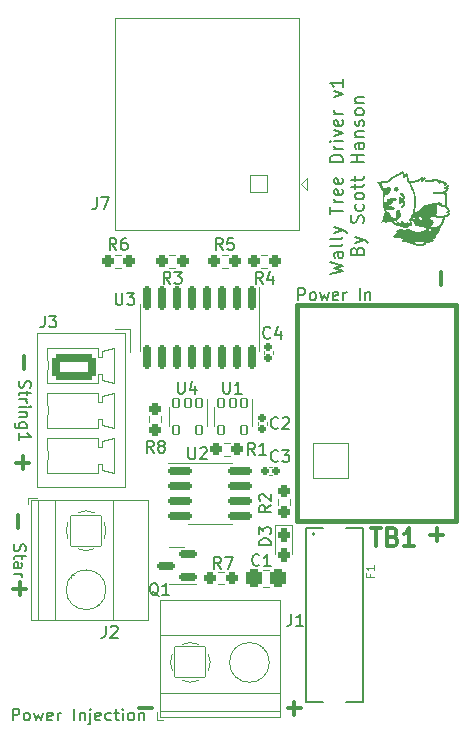
<source format=gbr>
%TF.GenerationSoftware,KiCad,Pcbnew,(6.0.9)*%
%TF.CreationDate,2023-01-01T20:10:18-05:00*%
%TF.ProjectId,Wally_Tree,57616c6c-795f-4547-9265-652e6b696361,v1*%
%TF.SameCoordinates,Original*%
%TF.FileFunction,Legend,Top*%
%TF.FilePolarity,Positive*%
%FSLAX46Y46*%
G04 Gerber Fmt 4.6, Leading zero omitted, Abs format (unit mm)*
G04 Created by KiCad (PCBNEW (6.0.9)) date 2023-01-01 20:10:18*
%MOMM*%
%LPD*%
G01*
G04 APERTURE LIST*
G04 Aperture macros list*
%AMRoundRect*
0 Rectangle with rounded corners*
0 $1 Rounding radius*
0 $2 $3 $4 $5 $6 $7 $8 $9 X,Y pos of 4 corners*
0 Add a 4 corners polygon primitive as box body*
4,1,4,$2,$3,$4,$5,$6,$7,$8,$9,$2,$3,0*
0 Add four circle primitives for the rounded corners*
1,1,$1+$1,$2,$3*
1,1,$1+$1,$4,$5*
1,1,$1+$1,$6,$7*
1,1,$1+$1,$8,$9*
0 Add four rect primitives between the rounded corners*
20,1,$1+$1,$2,$3,$4,$5,0*
20,1,$1+$1,$4,$5,$6,$7,0*
20,1,$1+$1,$6,$7,$8,$9,0*
20,1,$1+$1,$8,$9,$2,$3,0*%
G04 Aperture macros list end*
%ADD10C,0.200000*%
%ADD11C,0.300000*%
%ADD12C,0.150000*%
%ADD13C,0.152400*%
%ADD14C,0.100000*%
%ADD15C,0.120000*%
%ADD16C,0.381000*%
%ADD17C,0.127000*%
%ADD18C,0.187000*%
%ADD19C,3.402000*%
%ADD20RoundRect,0.051000X0.750000X0.750000X-0.750000X0.750000X-0.750000X-0.750000X0.750000X-0.750000X0*%
%ADD21C,1.602000*%
%ADD22RoundRect,0.288500X0.250000X0.237500X-0.250000X0.237500X-0.250000X-0.237500X0.250000X-0.237500X0*%
%ADD23RoundRect,0.288500X-0.250000X-0.237500X0.250000X-0.237500X0.250000X0.237500X-0.250000X0.237500X0*%
%ADD24RoundRect,0.201000X-0.150000X0.825000X-0.150000X-0.825000X0.150000X-0.825000X0.150000X0.825000X0*%
%ADD25RoundRect,0.288500X-0.237500X0.250000X-0.237500X-0.250000X0.237500X-0.250000X0.237500X0.250000X0*%
%ADD26RoundRect,0.051000X-1.300000X-1.300000X1.300000X-1.300000X1.300000X1.300000X-1.300000X1.300000X0*%
%ADD27C,2.702000*%
%ADD28RoundRect,0.051000X1.500000X-1.500000X1.500000X1.500000X-1.500000X1.500000X-1.500000X-1.500000X0*%
%ADD29C,3.102000*%
%ADD30C,3.802000*%
%ADD31RoundRect,0.288500X-0.237500X0.287500X-0.237500X-0.287500X0.237500X-0.287500X0.237500X0.287500X0*%
%ADD32RoundRect,0.191000X-0.140000X-0.170000X0.140000X-0.170000X0.140000X0.170000X-0.140000X0.170000X0*%
%ADD33RoundRect,0.051000X-1.300000X1.300000X-1.300000X-1.300000X1.300000X-1.300000X1.300000X1.300000X0*%
%ADD34RoundRect,0.051000X-0.255000X0.350000X-0.255000X-0.350000X0.255000X-0.350000X0.255000X0.350000X0*%
%ADD35RoundRect,0.201000X0.587500X0.150000X-0.587500X0.150000X-0.587500X-0.150000X0.587500X-0.150000X0*%
%ADD36C,2.577000*%
%ADD37RoundRect,0.191000X0.170000X-0.140000X0.170000X0.140000X-0.170000X0.140000X-0.170000X-0.140000X0*%
%ADD38RoundRect,0.213500X-0.825000X-0.162500X0.825000X-0.162500X0.825000X0.162500X-0.825000X0.162500X0*%
%ADD39RoundRect,0.301000X-0.337500X-0.475000X0.337500X-0.475000X0.337500X0.475000X-0.337500X0.475000X0*%
%ADD40RoundRect,0.342667X-1.508333X0.758333X-1.508333X-0.758333X1.508333X-0.758333X1.508333X0.758333X0*%
%ADD41O,3.702000X1.902000*%
%ADD42O,3.702000X2.202000*%
G04 APERTURE END LIST*
D10*
X-105404081Y30785700D02*
X-104304081Y31047605D01*
X-105089796Y31257129D01*
X-104304081Y31466653D01*
X-105404081Y31728558D01*
X-104304081Y32619034D02*
X-104880272Y32619034D01*
X-104985034Y32566653D01*
X-105037415Y32461891D01*
X-105037415Y32252367D01*
X-104985034Y32147605D01*
X-104356462Y32619034D02*
X-104304081Y32514272D01*
X-104304081Y32252367D01*
X-104356462Y32147605D01*
X-104461224Y32095224D01*
X-104565986Y32095224D01*
X-104670748Y32147605D01*
X-104723129Y32252367D01*
X-104723129Y32514272D01*
X-104775510Y32619034D01*
X-104304081Y33299986D02*
X-104356462Y33195224D01*
X-104461224Y33142843D01*
X-105404081Y33142843D01*
X-104304081Y33876177D02*
X-104356462Y33771415D01*
X-104461224Y33719034D01*
X-105404081Y33719034D01*
X-105037415Y34190462D02*
X-104304081Y34452367D01*
X-105037415Y34714272D02*
X-104304081Y34452367D01*
X-104042177Y34347605D01*
X-103989796Y34295224D01*
X-103937415Y34190462D01*
X-105404081Y35814272D02*
X-105404081Y36442843D01*
X-104304081Y36128558D02*
X-105404081Y36128558D01*
X-104304081Y36809510D02*
X-105037415Y36809510D01*
X-104827891Y36809510D02*
X-104932653Y36861891D01*
X-104985034Y36914272D01*
X-105037415Y37019034D01*
X-105037415Y37123796D01*
X-104356462Y37909510D02*
X-104304081Y37804748D01*
X-104304081Y37595224D01*
X-104356462Y37490462D01*
X-104461224Y37438081D01*
X-104880272Y37438081D01*
X-104985034Y37490462D01*
X-105037415Y37595224D01*
X-105037415Y37804748D01*
X-104985034Y37909510D01*
X-104880272Y37961891D01*
X-104775510Y37961891D01*
X-104670748Y37438081D01*
X-104356462Y38852367D02*
X-104304081Y38747605D01*
X-104304081Y38538081D01*
X-104356462Y38433320D01*
X-104461224Y38380939D01*
X-104880272Y38380939D01*
X-104985034Y38433320D01*
X-105037415Y38538081D01*
X-105037415Y38747605D01*
X-104985034Y38852367D01*
X-104880272Y38904748D01*
X-104775510Y38904748D01*
X-104670748Y38380939D01*
X-104304081Y40214272D02*
X-105404081Y40214272D01*
X-105404081Y40476177D01*
X-105351700Y40633320D01*
X-105246939Y40738081D01*
X-105142177Y40790462D01*
X-104932653Y40842843D01*
X-104775510Y40842843D01*
X-104565986Y40790462D01*
X-104461224Y40738081D01*
X-104356462Y40633320D01*
X-104304081Y40476177D01*
X-104304081Y40214272D01*
X-104304081Y41314272D02*
X-105037415Y41314272D01*
X-104827891Y41314272D02*
X-104932653Y41366653D01*
X-104985034Y41419034D01*
X-105037415Y41523796D01*
X-105037415Y41628558D01*
X-104304081Y41995224D02*
X-105037415Y41995224D01*
X-105404081Y41995224D02*
X-105351700Y41942843D01*
X-105299320Y41995224D01*
X-105351700Y42047605D01*
X-105404081Y41995224D01*
X-105299320Y41995224D01*
X-105037415Y42414272D02*
X-104304081Y42676177D01*
X-105037415Y42938081D01*
X-104356462Y43776177D02*
X-104304081Y43671415D01*
X-104304081Y43461891D01*
X-104356462Y43357129D01*
X-104461224Y43304748D01*
X-104880272Y43304748D01*
X-104985034Y43357129D01*
X-105037415Y43461891D01*
X-105037415Y43671415D01*
X-104985034Y43776177D01*
X-104880272Y43828558D01*
X-104775510Y43828558D01*
X-104670748Y43304748D01*
X-104304081Y44299986D02*
X-105037415Y44299986D01*
X-104827891Y44299986D02*
X-104932653Y44352367D01*
X-104985034Y44404748D01*
X-105037415Y44509510D01*
X-105037415Y44614272D01*
X-105037415Y45714272D02*
X-104304081Y45976177D01*
X-105037415Y46238081D01*
X-104304081Y47233320D02*
X-104304081Y46604748D01*
X-104304081Y46919034D02*
X-105404081Y46919034D01*
X-105246939Y46814272D01*
X-105142177Y46709510D01*
X-105089796Y46604748D01*
X-103109272Y32723796D02*
X-103056891Y32880939D01*
X-103004510Y32933320D01*
X-102899748Y32985700D01*
X-102742605Y32985700D01*
X-102637843Y32933320D01*
X-102585462Y32880939D01*
X-102533081Y32776177D01*
X-102533081Y32357129D01*
X-103633081Y32357129D01*
X-103633081Y32723796D01*
X-103580700Y32828558D01*
X-103528320Y32880939D01*
X-103423558Y32933320D01*
X-103318796Y32933320D01*
X-103214034Y32880939D01*
X-103161653Y32828558D01*
X-103109272Y32723796D01*
X-103109272Y32357129D01*
X-103266415Y33352367D02*
X-102533081Y33614272D01*
X-103266415Y33876177D02*
X-102533081Y33614272D01*
X-102271177Y33509510D01*
X-102218796Y33457129D01*
X-102166415Y33352367D01*
X-102585462Y35080939D02*
X-102533081Y35238081D01*
X-102533081Y35499986D01*
X-102585462Y35604748D01*
X-102637843Y35657129D01*
X-102742605Y35709510D01*
X-102847367Y35709510D01*
X-102952129Y35657129D01*
X-103004510Y35604748D01*
X-103056891Y35499986D01*
X-103109272Y35290462D01*
X-103161653Y35185700D01*
X-103214034Y35133320D01*
X-103318796Y35080939D01*
X-103423558Y35080939D01*
X-103528320Y35133320D01*
X-103580700Y35185700D01*
X-103633081Y35290462D01*
X-103633081Y35552367D01*
X-103580700Y35709510D01*
X-102585462Y36652367D02*
X-102533081Y36547605D01*
X-102533081Y36338081D01*
X-102585462Y36233320D01*
X-102637843Y36180939D01*
X-102742605Y36128558D01*
X-103056891Y36128558D01*
X-103161653Y36180939D01*
X-103214034Y36233320D01*
X-103266415Y36338081D01*
X-103266415Y36547605D01*
X-103214034Y36652367D01*
X-102533081Y37280939D02*
X-102585462Y37176177D01*
X-102637843Y37123796D01*
X-102742605Y37071415D01*
X-103056891Y37071415D01*
X-103161653Y37123796D01*
X-103214034Y37176177D01*
X-103266415Y37280939D01*
X-103266415Y37438081D01*
X-103214034Y37542843D01*
X-103161653Y37595224D01*
X-103056891Y37647605D01*
X-102742605Y37647605D01*
X-102637843Y37595224D01*
X-102585462Y37542843D01*
X-102533081Y37438081D01*
X-102533081Y37280939D01*
X-103266415Y37961891D02*
X-103266415Y38380939D01*
X-103633081Y38119034D02*
X-102690224Y38119034D01*
X-102585462Y38171415D01*
X-102533081Y38276177D01*
X-102533081Y38380939D01*
X-103266415Y38590462D02*
X-103266415Y39009510D01*
X-103633081Y38747605D02*
X-102690224Y38747605D01*
X-102585462Y38799986D01*
X-102533081Y38904748D01*
X-102533081Y39009510D01*
X-102533081Y40214272D02*
X-103633081Y40214272D01*
X-103109272Y40214272D02*
X-103109272Y40842843D01*
X-102533081Y40842843D02*
X-103633081Y40842843D01*
X-102533081Y41838081D02*
X-103109272Y41838081D01*
X-103214034Y41785700D01*
X-103266415Y41680939D01*
X-103266415Y41471415D01*
X-103214034Y41366653D01*
X-102585462Y41838081D02*
X-102533081Y41733320D01*
X-102533081Y41471415D01*
X-102585462Y41366653D01*
X-102690224Y41314272D01*
X-102794986Y41314272D01*
X-102899748Y41366653D01*
X-102952129Y41471415D01*
X-102952129Y41733320D01*
X-103004510Y41838081D01*
X-103266415Y42361891D02*
X-102533081Y42361891D01*
X-103161653Y42361891D02*
X-103214034Y42414272D01*
X-103266415Y42519034D01*
X-103266415Y42676177D01*
X-103214034Y42780939D01*
X-103109272Y42833320D01*
X-102533081Y42833320D01*
X-102585462Y43304748D02*
X-102533081Y43409510D01*
X-102533081Y43619034D01*
X-102585462Y43723796D01*
X-102690224Y43776177D01*
X-102742605Y43776177D01*
X-102847367Y43723796D01*
X-102899748Y43619034D01*
X-102899748Y43461891D01*
X-102952129Y43357129D01*
X-103056891Y43304748D01*
X-103109272Y43304748D01*
X-103214034Y43357129D01*
X-103266415Y43461891D01*
X-103266415Y43619034D01*
X-103214034Y43723796D01*
X-102533081Y44404748D02*
X-102585462Y44299986D01*
X-102637843Y44247605D01*
X-102742605Y44195224D01*
X-103056891Y44195224D01*
X-103161653Y44247605D01*
X-103214034Y44299986D01*
X-103266415Y44404748D01*
X-103266415Y44561891D01*
X-103214034Y44666653D01*
X-103161653Y44719034D01*
X-103056891Y44771415D01*
X-102742605Y44771415D01*
X-102637843Y44719034D01*
X-102585462Y44666653D01*
X-102533081Y44561891D01*
X-102533081Y44404748D01*
X-103266415Y45242843D02*
X-102533081Y45242843D01*
X-103161653Y45242843D02*
X-103214034Y45295224D01*
X-103266415Y45399986D01*
X-103266415Y45557129D01*
X-103214034Y45661891D01*
X-103109272Y45714272D01*
X-102533081Y45714272D01*
D11*
X-108987629Y-6021442D02*
X-107844772Y-6021442D01*
X-108416200Y-6592871D02*
X-108416200Y-5450014D01*
X-131303058Y22698272D02*
X-131303058Y23841129D01*
X-120444772Y-6007157D02*
X-121587629Y-6007157D01*
X-131981629Y14780558D02*
X-130838772Y14780558D01*
X-131410200Y14209129D02*
X-131410200Y15351986D01*
X-131811058Y9236272D02*
X-131811058Y10379129D01*
X-95997058Y29810272D02*
X-95997058Y30953129D01*
X-96929629Y8684558D02*
X-95786772Y8684558D01*
X-96358200Y8113129D02*
X-96358200Y9255986D01*
X-132235629Y4112558D02*
X-131092772Y4112558D01*
X-131664200Y3541129D02*
X-131664200Y4683986D01*
D12*
%TO.C,J7*%
X-125149534Y37233320D02*
X-125149534Y36519034D01*
X-125197153Y36376177D01*
X-125292391Y36280939D01*
X-125435248Y36233320D01*
X-125530486Y36233320D01*
X-124768581Y37233320D02*
X-124101915Y37233320D01*
X-124530486Y36233320D01*
%TO.C,R3*%
X-118909867Y29931320D02*
X-119243200Y30407510D01*
X-119481296Y29931320D02*
X-119481296Y30931320D01*
X-119100343Y30931320D01*
X-119005105Y30883700D01*
X-118957486Y30836081D01*
X-118909867Y30740843D01*
X-118909867Y30597986D01*
X-118957486Y30502748D01*
X-119005105Y30455129D01*
X-119100343Y30407510D01*
X-119481296Y30407510D01*
X-118576534Y30931320D02*
X-117957486Y30931320D01*
X-118290820Y30550367D01*
X-118147962Y30550367D01*
X-118052724Y30502748D01*
X-118005105Y30455129D01*
X-117957486Y30359891D01*
X-117957486Y30121796D01*
X-118005105Y30026558D01*
X-118052724Y29978939D01*
X-118147962Y29931320D01*
X-118433677Y29931320D01*
X-118528915Y29978939D01*
X-118576534Y30026558D01*
%TO.C,R4*%
X-111107867Y29931320D02*
X-111441200Y30407510D01*
X-111679296Y29931320D02*
X-111679296Y30931320D01*
X-111298343Y30931320D01*
X-111203105Y30883700D01*
X-111155486Y30836081D01*
X-111107867Y30740843D01*
X-111107867Y30597986D01*
X-111155486Y30502748D01*
X-111203105Y30455129D01*
X-111298343Y30407510D01*
X-111679296Y30407510D01*
X-110250724Y30597986D02*
X-110250724Y29931320D01*
X-110488820Y30978939D02*
X-110726915Y30264653D01*
X-110107867Y30264653D01*
%TO.C,R5*%
X-114482867Y32791320D02*
X-114816200Y33267510D01*
X-115054296Y32791320D02*
X-115054296Y33791320D01*
X-114673343Y33791320D01*
X-114578105Y33743700D01*
X-114530486Y33696081D01*
X-114482867Y33600843D01*
X-114482867Y33457986D01*
X-114530486Y33362748D01*
X-114578105Y33315129D01*
X-114673343Y33267510D01*
X-115054296Y33267510D01*
X-113578105Y33791320D02*
X-114054296Y33791320D01*
X-114101915Y33315129D01*
X-114054296Y33362748D01*
X-113959058Y33410367D01*
X-113720962Y33410367D01*
X-113625724Y33362748D01*
X-113578105Y33315129D01*
X-113530486Y33219891D01*
X-113530486Y32981796D01*
X-113578105Y32886558D01*
X-113625724Y32838939D01*
X-113720962Y32791320D01*
X-113959058Y32791320D01*
X-114054296Y32838939D01*
X-114101915Y32886558D01*
%TO.C,R6*%
X-123481867Y32791320D02*
X-123815200Y33267510D01*
X-124053296Y32791320D02*
X-124053296Y33791320D01*
X-123672343Y33791320D01*
X-123577105Y33743700D01*
X-123529486Y33696081D01*
X-123481867Y33600843D01*
X-123481867Y33457986D01*
X-123529486Y33362748D01*
X-123577105Y33315129D01*
X-123672343Y33267510D01*
X-124053296Y33267510D01*
X-122624724Y33791320D02*
X-122815200Y33791320D01*
X-122910439Y33743700D01*
X-122958058Y33696081D01*
X-123053296Y33553224D01*
X-123100915Y33362748D01*
X-123100915Y32981796D01*
X-123053296Y32886558D01*
X-123005677Y32838939D01*
X-122910439Y32791320D01*
X-122719962Y32791320D01*
X-122624724Y32838939D01*
X-122577105Y32886558D01*
X-122529486Y32981796D01*
X-122529486Y33219891D01*
X-122577105Y33315129D01*
X-122624724Y33362748D01*
X-122719962Y33410367D01*
X-122910439Y33410367D01*
X-123005677Y33362748D01*
X-123053296Y33315129D01*
X-123100915Y33219891D01*
%TO.C,U3*%
X-123536105Y29151320D02*
X-123536105Y28341796D01*
X-123488486Y28246558D01*
X-123440867Y28198939D01*
X-123345629Y28151320D01*
X-123155153Y28151320D01*
X-123059915Y28198939D01*
X-123012296Y28246558D01*
X-122964677Y28341796D01*
X-122964677Y29151320D01*
X-122583724Y29151320D02*
X-121964677Y29151320D01*
X-122298010Y28770367D01*
X-122155153Y28770367D01*
X-122059915Y28722748D01*
X-122012296Y28675129D01*
X-121964677Y28579891D01*
X-121964677Y28341796D01*
X-122012296Y28246558D01*
X-122059915Y28198939D01*
X-122155153Y28151320D01*
X-122440867Y28151320D01*
X-122536105Y28198939D01*
X-122583724Y28246558D01*
%TO.C,R2*%
X-110383820Y11165034D02*
X-110860010Y10831700D01*
X-110383820Y10593605D02*
X-111383820Y10593605D01*
X-111383820Y10974558D01*
X-111336200Y11069796D01*
X-111288581Y11117415D01*
X-111193343Y11165034D01*
X-111050486Y11165034D01*
X-110955248Y11117415D01*
X-110907629Y11069796D01*
X-110860010Y10974558D01*
X-110860010Y10593605D01*
X-111288581Y11545986D02*
X-111336200Y11593605D01*
X-111383820Y11688843D01*
X-111383820Y11926939D01*
X-111336200Y12022177D01*
X-111288581Y12069796D01*
X-111193343Y12117415D01*
X-111098105Y12117415D01*
X-110955248Y12069796D01*
X-110383820Y11498367D01*
X-110383820Y12117415D01*
%TO.C,J1*%
X-108659534Y1973320D02*
X-108659534Y1259034D01*
X-108707153Y1116177D01*
X-108802391Y1020939D01*
X-108945248Y973320D01*
X-109040486Y973320D01*
X-107659534Y973320D02*
X-108230962Y973320D01*
X-107945248Y973320D02*
X-107945248Y1973320D01*
X-108040486Y1830462D01*
X-108135724Y1735224D01*
X-108230962Y1687605D01*
X-132265629Y-7046680D02*
X-132265629Y-6046680D01*
X-131884677Y-6046680D01*
X-131789439Y-6094300D01*
X-131741820Y-6141919D01*
X-131694200Y-6237157D01*
X-131694200Y-6380014D01*
X-131741820Y-6475252D01*
X-131789439Y-6522871D01*
X-131884677Y-6570490D01*
X-132265629Y-6570490D01*
X-131122772Y-7046680D02*
X-131218010Y-6999061D01*
X-131265629Y-6951442D01*
X-131313248Y-6856204D01*
X-131313248Y-6570490D01*
X-131265629Y-6475252D01*
X-131218010Y-6427633D01*
X-131122772Y-6380014D01*
X-130979915Y-6380014D01*
X-130884677Y-6427633D01*
X-130837058Y-6475252D01*
X-130789439Y-6570490D01*
X-130789439Y-6856204D01*
X-130837058Y-6951442D01*
X-130884677Y-6999061D01*
X-130979915Y-7046680D01*
X-131122772Y-7046680D01*
X-130456105Y-6380014D02*
X-130265629Y-7046680D01*
X-130075153Y-6570490D01*
X-129884677Y-7046680D01*
X-129694200Y-6380014D01*
X-128932296Y-6999061D02*
X-129027534Y-7046680D01*
X-129218010Y-7046680D01*
X-129313248Y-6999061D01*
X-129360867Y-6903823D01*
X-129360867Y-6522871D01*
X-129313248Y-6427633D01*
X-129218010Y-6380014D01*
X-129027534Y-6380014D01*
X-128932296Y-6427633D01*
X-128884677Y-6522871D01*
X-128884677Y-6618109D01*
X-129360867Y-6713347D01*
X-128456105Y-7046680D02*
X-128456105Y-6380014D01*
X-128456105Y-6570490D02*
X-128408486Y-6475252D01*
X-128360867Y-6427633D01*
X-128265629Y-6380014D01*
X-128170391Y-6380014D01*
X-127075153Y-7046680D02*
X-127075153Y-6046680D01*
X-126598962Y-6380014D02*
X-126598962Y-7046680D01*
X-126598962Y-6475252D02*
X-126551343Y-6427633D01*
X-126456105Y-6380014D01*
X-126313248Y-6380014D01*
X-126218010Y-6427633D01*
X-126170391Y-6522871D01*
X-126170391Y-7046680D01*
X-125694200Y-6380014D02*
X-125694200Y-7237157D01*
X-125741820Y-7332395D01*
X-125837058Y-7380014D01*
X-125884677Y-7380014D01*
X-125694200Y-6046680D02*
X-125741820Y-6094300D01*
X-125694200Y-6141919D01*
X-125646581Y-6094300D01*
X-125694200Y-6046680D01*
X-125694200Y-6141919D01*
X-124837058Y-6999061D02*
X-124932296Y-7046680D01*
X-125122772Y-7046680D01*
X-125218010Y-6999061D01*
X-125265629Y-6903823D01*
X-125265629Y-6522871D01*
X-125218010Y-6427633D01*
X-125122772Y-6380014D01*
X-124932296Y-6380014D01*
X-124837058Y-6427633D01*
X-124789439Y-6522871D01*
X-124789439Y-6618109D01*
X-125265629Y-6713347D01*
X-123932296Y-6999061D02*
X-124027534Y-7046680D01*
X-124218010Y-7046680D01*
X-124313248Y-6999061D01*
X-124360867Y-6951442D01*
X-124408486Y-6856204D01*
X-124408486Y-6570490D01*
X-124360867Y-6475252D01*
X-124313248Y-6427633D01*
X-124218010Y-6380014D01*
X-124027534Y-6380014D01*
X-123932296Y-6427633D01*
X-123646581Y-6380014D02*
X-123265629Y-6380014D01*
X-123503724Y-6046680D02*
X-123503724Y-6903823D01*
X-123456105Y-6999061D01*
X-123360867Y-7046680D01*
X-123265629Y-7046680D01*
X-122932296Y-7046680D02*
X-122932296Y-6380014D01*
X-122932296Y-6046680D02*
X-122979915Y-6094300D01*
X-122932296Y-6141919D01*
X-122884677Y-6094300D01*
X-122932296Y-6046680D01*
X-122932296Y-6141919D01*
X-122313248Y-7046680D02*
X-122408486Y-6999061D01*
X-122456105Y-6951442D01*
X-122503724Y-6856204D01*
X-122503724Y-6570490D01*
X-122456105Y-6475252D01*
X-122408486Y-6427633D01*
X-122313248Y-6380014D01*
X-122170391Y-6380014D01*
X-122075153Y-6427633D01*
X-122027534Y-6475252D01*
X-121979915Y-6570490D01*
X-121979915Y-6856204D01*
X-122027534Y-6951442D01*
X-122075153Y-6999061D01*
X-122170391Y-7046680D01*
X-122313248Y-7046680D01*
X-121551343Y-6380014D02*
X-121551343Y-7046680D01*
X-121551343Y-6475252D02*
X-121503724Y-6427633D01*
X-121408486Y-6380014D01*
X-121265629Y-6380014D01*
X-121170391Y-6427633D01*
X-121122772Y-6522871D01*
X-121122772Y-7046680D01*
D11*
%TO.C,TB1*%
X-101909058Y9207129D02*
X-101051915Y9207129D01*
X-101480486Y7707129D02*
X-101480486Y9207129D01*
X-100051915Y8492843D02*
X-99837629Y8421415D01*
X-99766200Y8349986D01*
X-99694772Y8207129D01*
X-99694772Y7992843D01*
X-99766200Y7849986D01*
X-99837629Y7778558D01*
X-99980486Y7707129D01*
X-100551915Y7707129D01*
X-100551915Y9207129D01*
X-100051915Y9207129D01*
X-99909058Y9135700D01*
X-99837629Y9064272D01*
X-99766200Y8921415D01*
X-99766200Y8778558D01*
X-99837629Y8635700D01*
X-99909058Y8564272D01*
X-100051915Y8492843D01*
X-100551915Y8492843D01*
X-98266200Y7707129D02*
X-99123343Y7707129D01*
X-98694772Y7707129D02*
X-98694772Y9207129D01*
X-98837629Y8992843D01*
X-98980486Y8849986D01*
X-99123343Y8778558D01*
D13*
X-108063820Y28533320D02*
X-108063820Y29533320D01*
X-107682867Y29533320D01*
X-107587629Y29485700D01*
X-107540010Y29438081D01*
X-107492391Y29342843D01*
X-107492391Y29199986D01*
X-107540010Y29104748D01*
X-107587629Y29057129D01*
X-107682867Y29009510D01*
X-108063820Y29009510D01*
X-106920962Y28533320D02*
X-107016200Y28580939D01*
X-107063820Y28628558D01*
X-107111439Y28723796D01*
X-107111439Y29009510D01*
X-107063820Y29104748D01*
X-107016200Y29152367D01*
X-106920962Y29199986D01*
X-106778105Y29199986D01*
X-106682867Y29152367D01*
X-106635248Y29104748D01*
X-106587629Y29009510D01*
X-106587629Y28723796D01*
X-106635248Y28628558D01*
X-106682867Y28580939D01*
X-106778105Y28533320D01*
X-106920962Y28533320D01*
X-106254296Y29199986D02*
X-106063820Y28533320D01*
X-105873343Y29009510D01*
X-105682867Y28533320D01*
X-105492391Y29199986D01*
X-104730486Y28580939D02*
X-104825724Y28533320D01*
X-105016200Y28533320D01*
X-105111439Y28580939D01*
X-105159058Y28676177D01*
X-105159058Y29057129D01*
X-105111439Y29152367D01*
X-105016200Y29199986D01*
X-104825724Y29199986D01*
X-104730486Y29152367D01*
X-104682867Y29057129D01*
X-104682867Y28961891D01*
X-105159058Y28866653D01*
X-104254296Y28533320D02*
X-104254296Y29199986D01*
X-104254296Y29009510D02*
X-104206677Y29104748D01*
X-104159058Y29152367D01*
X-104063820Y29199986D01*
X-103968581Y29199986D01*
X-102873343Y28533320D02*
X-102873343Y29533320D01*
X-102397153Y29199986D02*
X-102397153Y28533320D01*
X-102397153Y29104748D02*
X-102349534Y29152367D01*
X-102254296Y29199986D01*
X-102111439Y29199986D01*
X-102016200Y29152367D01*
X-101968581Y29057129D01*
X-101968581Y28533320D01*
D12*
%TO.C,D3*%
X-110413820Y7797605D02*
X-111413820Y7797605D01*
X-111413820Y8035700D01*
X-111366200Y8178558D01*
X-111270962Y8273796D01*
X-111175724Y8321415D01*
X-110985248Y8369034D01*
X-110842391Y8369034D01*
X-110651915Y8321415D01*
X-110556677Y8273796D01*
X-110461439Y8178558D01*
X-110413820Y8035700D01*
X-110413820Y7797605D01*
X-111413820Y8702367D02*
X-111413820Y9321415D01*
X-111032867Y8988081D01*
X-111032867Y9130939D01*
X-110985248Y9226177D01*
X-110937629Y9273796D01*
X-110842391Y9321415D01*
X-110604296Y9321415D01*
X-110509058Y9273796D01*
X-110461439Y9226177D01*
X-110413820Y9130939D01*
X-110413820Y8845224D01*
X-110461439Y8749986D01*
X-110509058Y8702367D01*
%TO.C,R8*%
X-120332867Y15633320D02*
X-120666200Y16109510D01*
X-120904296Y15633320D02*
X-120904296Y16633320D01*
X-120523343Y16633320D01*
X-120428105Y16585700D01*
X-120380486Y16538081D01*
X-120332867Y16442843D01*
X-120332867Y16299986D01*
X-120380486Y16204748D01*
X-120428105Y16157129D01*
X-120523343Y16109510D01*
X-120904296Y16109510D01*
X-119761439Y16204748D02*
X-119856677Y16252367D01*
X-119904296Y16299986D01*
X-119951915Y16395224D01*
X-119951915Y16442843D01*
X-119904296Y16538081D01*
X-119856677Y16585700D01*
X-119761439Y16633320D01*
X-119570962Y16633320D01*
X-119475724Y16585700D01*
X-119428105Y16538081D01*
X-119380486Y16442843D01*
X-119380486Y16395224D01*
X-119428105Y16299986D01*
X-119475724Y16252367D01*
X-119570962Y16204748D01*
X-119761439Y16204748D01*
X-119856677Y16157129D01*
X-119904296Y16109510D01*
X-119951915Y16014272D01*
X-119951915Y15823796D01*
X-119904296Y15728558D01*
X-119856677Y15680939D01*
X-119761439Y15633320D01*
X-119570962Y15633320D01*
X-119475724Y15680939D01*
X-119428105Y15728558D01*
X-119380486Y15823796D01*
X-119380486Y16014272D01*
X-119428105Y16109510D01*
X-119475724Y16157129D01*
X-119570962Y16204748D01*
%TO.C,C3*%
X-109782867Y14928558D02*
X-109830486Y14880939D01*
X-109973343Y14833320D01*
X-110068581Y14833320D01*
X-110211439Y14880939D01*
X-110306677Y14976177D01*
X-110354296Y15071415D01*
X-110401915Y15261891D01*
X-110401915Y15404748D01*
X-110354296Y15595224D01*
X-110306677Y15690462D01*
X-110211439Y15785700D01*
X-110068581Y15833320D01*
X-109973343Y15833320D01*
X-109830486Y15785700D01*
X-109782867Y15738081D01*
X-109449534Y15833320D02*
X-108830486Y15833320D01*
X-109163820Y15452367D01*
X-109020962Y15452367D01*
X-108925724Y15404748D01*
X-108878105Y15357129D01*
X-108830486Y15261891D01*
X-108830486Y15023796D01*
X-108878105Y14928558D01*
X-108925724Y14880939D01*
X-109020962Y14833320D01*
X-109306677Y14833320D01*
X-109401915Y14880939D01*
X-109449534Y14928558D01*
%TO.C,J2*%
X-124377534Y957320D02*
X-124377534Y243034D01*
X-124425153Y100177D01*
X-124520391Y4939D01*
X-124663248Y-42680D01*
X-124758486Y-42680D01*
X-123948962Y862081D02*
X-123901343Y909700D01*
X-123806105Y957320D01*
X-123568010Y957320D01*
X-123472772Y909700D01*
X-123425153Y862081D01*
X-123377534Y766843D01*
X-123377534Y671605D01*
X-123425153Y528748D01*
X-123996581Y-42680D01*
X-123377534Y-42680D01*
X-132109962Y7853034D02*
X-132157581Y7710177D01*
X-132157581Y7472081D01*
X-132109962Y7376843D01*
X-132062343Y7329224D01*
X-131967105Y7281605D01*
X-131871867Y7281605D01*
X-131776629Y7329224D01*
X-131729010Y7376843D01*
X-131681391Y7472081D01*
X-131633772Y7662558D01*
X-131586153Y7757796D01*
X-131538534Y7805415D01*
X-131443296Y7853034D01*
X-131348058Y7853034D01*
X-131252820Y7805415D01*
X-131205200Y7757796D01*
X-131157581Y7662558D01*
X-131157581Y7424462D01*
X-131205200Y7281605D01*
X-131490915Y6995891D02*
X-131490915Y6614939D01*
X-131157581Y6853034D02*
X-132014724Y6853034D01*
X-132109962Y6805415D01*
X-132157581Y6710177D01*
X-132157581Y6614939D01*
X-132157581Y5853034D02*
X-131633772Y5853034D01*
X-131538534Y5900653D01*
X-131490915Y5995891D01*
X-131490915Y6186367D01*
X-131538534Y6281605D01*
X-132109962Y5853034D02*
X-132157581Y5948272D01*
X-132157581Y6186367D01*
X-132109962Y6281605D01*
X-132014724Y6329224D01*
X-131919486Y6329224D01*
X-131824248Y6281605D01*
X-131776629Y6186367D01*
X-131776629Y5948272D01*
X-131729010Y5853034D01*
X-132157581Y5376843D02*
X-131490915Y5376843D01*
X-131681391Y5376843D02*
X-131586153Y5329224D01*
X-131538534Y5281605D01*
X-131490915Y5186367D01*
X-131490915Y5091129D01*
%TO.C,U4*%
X-118278105Y21633320D02*
X-118278105Y20823796D01*
X-118230486Y20728558D01*
X-118182867Y20680939D01*
X-118087629Y20633320D01*
X-117897153Y20633320D01*
X-117801915Y20680939D01*
X-117754296Y20728558D01*
X-117706677Y20823796D01*
X-117706677Y21633320D01*
X-116801915Y21299986D02*
X-116801915Y20633320D01*
X-117040010Y21680939D02*
X-117278105Y20966653D01*
X-116659058Y20966653D01*
%TO.C,Q1*%
X-119911439Y3488081D02*
X-120006677Y3535700D01*
X-120101915Y3630939D01*
X-120244772Y3773796D01*
X-120340010Y3821415D01*
X-120435248Y3821415D01*
X-120387629Y3583320D02*
X-120482867Y3630939D01*
X-120578105Y3726177D01*
X-120625724Y3916653D01*
X-120625724Y4249986D01*
X-120578105Y4440462D01*
X-120482867Y4535700D01*
X-120387629Y4583320D01*
X-120197153Y4583320D01*
X-120101915Y4535700D01*
X-120006677Y4440462D01*
X-119959058Y4249986D01*
X-119959058Y3916653D01*
X-120006677Y3726177D01*
X-120101915Y3630939D01*
X-120197153Y3583320D01*
X-120387629Y3583320D01*
X-119006677Y3583320D02*
X-119578105Y3583320D01*
X-119292391Y3583320D02*
X-119292391Y4583320D01*
X-119387629Y4440462D01*
X-119482867Y4345224D01*
X-119578105Y4297605D01*
D14*
%TO.C,F1*%
X-102021772Y5318700D02*
X-102021772Y5068700D01*
X-101628915Y5068700D02*
X-102378915Y5068700D01*
X-102378915Y5425843D01*
X-101628915Y6104415D02*
X-101628915Y5675843D01*
X-101628915Y5890129D02*
X-102378915Y5890129D01*
X-102271772Y5818700D01*
X-102200343Y5747272D01*
X-102164629Y5675843D01*
D12*
%TO.C,C2*%
X-109782867Y17728558D02*
X-109830486Y17680939D01*
X-109973343Y17633320D01*
X-110068581Y17633320D01*
X-110211439Y17680939D01*
X-110306677Y17776177D01*
X-110354296Y17871415D01*
X-110401915Y18061891D01*
X-110401915Y18204748D01*
X-110354296Y18395224D01*
X-110306677Y18490462D01*
X-110211439Y18585700D01*
X-110068581Y18633320D01*
X-109973343Y18633320D01*
X-109830486Y18585700D01*
X-109782867Y18538081D01*
X-109401915Y18538081D02*
X-109354296Y18585700D01*
X-109259058Y18633320D01*
X-109020962Y18633320D01*
X-108925724Y18585700D01*
X-108878105Y18538081D01*
X-108830486Y18442843D01*
X-108830486Y18347605D01*
X-108878105Y18204748D01*
X-109449534Y17633320D01*
X-108830486Y17633320D01*
%TO.C,U2*%
X-117378105Y16083320D02*
X-117378105Y15273796D01*
X-117330486Y15178558D01*
X-117282867Y15130939D01*
X-117187629Y15083320D01*
X-116997153Y15083320D01*
X-116901915Y15130939D01*
X-116854296Y15178558D01*
X-116806677Y15273796D01*
X-116806677Y16083320D01*
X-116378105Y15988081D02*
X-116330486Y16035700D01*
X-116235248Y16083320D01*
X-115997153Y16083320D01*
X-115901915Y16035700D01*
X-115854296Y15988081D01*
X-115806677Y15892843D01*
X-115806677Y15797605D01*
X-115854296Y15654748D01*
X-116425724Y15083320D01*
X-115806677Y15083320D01*
%TO.C,C4*%
X-110432867Y25378558D02*
X-110480486Y25330939D01*
X-110623343Y25283320D01*
X-110718581Y25283320D01*
X-110861439Y25330939D01*
X-110956677Y25426177D01*
X-111004296Y25521415D01*
X-111051915Y25711891D01*
X-111051915Y25854748D01*
X-111004296Y26045224D01*
X-110956677Y26140462D01*
X-110861439Y26235700D01*
X-110718581Y26283320D01*
X-110623343Y26283320D01*
X-110480486Y26235700D01*
X-110432867Y26188081D01*
X-109575724Y25949986D02*
X-109575724Y25283320D01*
X-109813820Y26330939D02*
X-110051915Y25616653D01*
X-109432867Y25616653D01*
%TO.C,C1*%
X-111382867Y6128558D02*
X-111430486Y6080939D01*
X-111573343Y6033320D01*
X-111668581Y6033320D01*
X-111811439Y6080939D01*
X-111906677Y6176177D01*
X-111954296Y6271415D01*
X-112001915Y6461891D01*
X-112001915Y6604748D01*
X-111954296Y6795224D01*
X-111906677Y6890462D01*
X-111811439Y6985700D01*
X-111668581Y7033320D01*
X-111573343Y7033320D01*
X-111430486Y6985700D01*
X-111382867Y6938081D01*
X-110430486Y6033320D02*
X-111001915Y6033320D01*
X-110716200Y6033320D02*
X-110716200Y7033320D01*
X-110811439Y6890462D01*
X-110906677Y6795224D01*
X-111001915Y6747605D01*
%TO.C,R7*%
X-114632867Y5783320D02*
X-114966200Y6259510D01*
X-115204296Y5783320D02*
X-115204296Y6783320D01*
X-114823343Y6783320D01*
X-114728105Y6735700D01*
X-114680486Y6688081D01*
X-114632867Y6592843D01*
X-114632867Y6449986D01*
X-114680486Y6354748D01*
X-114728105Y6307129D01*
X-114823343Y6259510D01*
X-115204296Y6259510D01*
X-114299534Y6783320D02*
X-113632867Y6783320D01*
X-114061439Y5783320D01*
%TO.C,J3*%
X-129549534Y27233320D02*
X-129549534Y26519034D01*
X-129597153Y26376177D01*
X-129692391Y26280939D01*
X-129835248Y26233320D01*
X-129930486Y26233320D01*
X-129168581Y27233320D02*
X-128549534Y27233320D01*
X-128882867Y26852367D01*
X-128740010Y26852367D01*
X-128644772Y26804748D01*
X-128597153Y26757129D01*
X-128549534Y26661891D01*
X-128549534Y26423796D01*
X-128597153Y26328558D01*
X-128644772Y26280939D01*
X-128740010Y26233320D01*
X-129025724Y26233320D01*
X-129120962Y26280939D01*
X-129168581Y26328558D01*
X-131696962Y21705700D02*
X-131744581Y21562843D01*
X-131744581Y21324748D01*
X-131696962Y21229510D01*
X-131649343Y21181891D01*
X-131554105Y21134272D01*
X-131458867Y21134272D01*
X-131363629Y21181891D01*
X-131316010Y21229510D01*
X-131268391Y21324748D01*
X-131220772Y21515224D01*
X-131173153Y21610462D01*
X-131125534Y21658081D01*
X-131030296Y21705700D01*
X-130935058Y21705700D01*
X-130839820Y21658081D01*
X-130792200Y21610462D01*
X-130744581Y21515224D01*
X-130744581Y21277129D01*
X-130792200Y21134272D01*
X-131077915Y20848558D02*
X-131077915Y20467605D01*
X-130744581Y20705700D02*
X-131601724Y20705700D01*
X-131696962Y20658081D01*
X-131744581Y20562843D01*
X-131744581Y20467605D01*
X-131744581Y20134272D02*
X-131077915Y20134272D01*
X-131268391Y20134272D02*
X-131173153Y20086653D01*
X-131125534Y20039034D01*
X-131077915Y19943796D01*
X-131077915Y19848558D01*
X-131744581Y19515224D02*
X-131077915Y19515224D01*
X-130744581Y19515224D02*
X-130792200Y19562843D01*
X-130839820Y19515224D01*
X-130792200Y19467605D01*
X-130744581Y19515224D01*
X-130839820Y19515224D01*
X-131077915Y19039034D02*
X-131744581Y19039034D01*
X-131173153Y19039034D02*
X-131125534Y18991415D01*
X-131077915Y18896177D01*
X-131077915Y18753320D01*
X-131125534Y18658081D01*
X-131220772Y18610462D01*
X-131744581Y18610462D01*
X-131077915Y17705700D02*
X-131887439Y17705700D01*
X-131982677Y17753320D01*
X-132030296Y17800939D01*
X-132077915Y17896177D01*
X-132077915Y18039034D01*
X-132030296Y18134272D01*
X-131696962Y17705700D02*
X-131744581Y17800939D01*
X-131744581Y17991415D01*
X-131696962Y18086653D01*
X-131649343Y18134272D01*
X-131554105Y18181891D01*
X-131268391Y18181891D01*
X-131173153Y18134272D01*
X-131125534Y18086653D01*
X-131077915Y17991415D01*
X-131077915Y17800939D01*
X-131125534Y17705700D01*
X-131744581Y16705700D02*
X-131744581Y17277129D01*
X-131744581Y16991415D02*
X-130744581Y16991415D01*
X-130887439Y17086653D01*
X-130982677Y17181891D01*
X-131030296Y17277129D01*
%TO.C,R1*%
X-111764867Y15451320D02*
X-112098200Y15927510D01*
X-112336296Y15451320D02*
X-112336296Y16451320D01*
X-111955343Y16451320D01*
X-111860105Y16403700D01*
X-111812486Y16356081D01*
X-111764867Y16260843D01*
X-111764867Y16117986D01*
X-111812486Y16022748D01*
X-111860105Y15975129D01*
X-111955343Y15927510D01*
X-112336296Y15927510D01*
X-110812486Y15451320D02*
X-111383915Y15451320D01*
X-111098200Y15451320D02*
X-111098200Y16451320D01*
X-111193439Y16308462D01*
X-111288677Y16213224D01*
X-111383915Y16165605D01*
%TO.C,U1*%
X-114428105Y21633320D02*
X-114428105Y20823796D01*
X-114380486Y20728558D01*
X-114332867Y20680939D01*
X-114237629Y20633320D01*
X-114047153Y20633320D01*
X-113951915Y20680939D01*
X-113904296Y20728558D01*
X-113856677Y20823796D01*
X-113856677Y21633320D01*
X-112856677Y20633320D02*
X-113428105Y20633320D01*
X-113142391Y20633320D02*
X-113142391Y21633320D01*
X-113237629Y21490462D01*
X-113332867Y21395224D01*
X-113428105Y21347605D01*
D15*
%TO.C,J7*%
X-123571200Y34487700D02*
X-123571200Y52447700D01*
X-107366200Y37867700D02*
X-107366200Y38867700D01*
X-123571200Y34487700D02*
X-108051200Y34487700D01*
X-107866200Y38367700D02*
X-107366200Y37867700D01*
X-107366200Y38867700D02*
X-107866200Y38367700D01*
X-108051200Y52447700D02*
X-123571200Y52447700D01*
X-108051200Y34487700D02*
X-108051200Y52447700D01*
%TO.C,R3*%
X-118488476Y31291200D02*
X-118997924Y31291200D01*
X-118488476Y32336200D02*
X-118997924Y32336200D01*
%TO.C,R4*%
X-110686476Y32336200D02*
X-111195924Y32336200D01*
X-110686476Y31291200D02*
X-111195924Y31291200D01*
%TO.C,R5*%
X-114570924Y31291200D02*
X-114061476Y31291200D01*
X-114570924Y32336200D02*
X-114061476Y32336200D01*
%TO.C,R6*%
X-123569924Y31291200D02*
X-123060476Y31291200D01*
X-123569924Y32336200D02*
X-123060476Y32336200D01*
%TO.C,U3*%
X-111388200Y26225700D02*
X-111388200Y24275700D01*
X-111388200Y26225700D02*
X-111388200Y29675700D01*
X-121508200Y26225700D02*
X-121508200Y28175700D01*
X-121508200Y26225700D02*
X-121508200Y24275700D01*
%TO.C,R2*%
X-108789700Y11736924D02*
X-108789700Y11227476D01*
X-109834700Y11736924D02*
X-109834700Y11227476D01*
%TO.C,J1*%
X-120016200Y-7030300D02*
X-119516200Y-7030300D01*
X-109656200Y3130700D02*
X-109656200Y-6790300D01*
X-119776200Y-4730300D02*
X-109656200Y-4730300D01*
X-119776200Y170700D02*
X-109656200Y170700D01*
X-111146200Y-855300D02*
X-111181200Y-891300D01*
X-110941200Y-1061300D02*
X-110988200Y-1107300D01*
X-119776200Y3130700D02*
X-109656200Y3130700D01*
X-113443200Y-3153300D02*
X-113490200Y-3199300D01*
X-119776200Y-6790300D02*
X-109656200Y-6790300D01*
X-120016200Y-6290300D02*
X-120016200Y-7030300D01*
X-119776200Y-6230300D02*
X-109656200Y-6230300D01*
X-119776200Y3130700D02*
X-119776200Y-6790300D01*
X-113250200Y-3369300D02*
X-113285200Y-3404300D01*
X-117900200Y-3665300D02*
G75*
G03*
X-117187395Y-3810553I683999J1535001D01*
G01*
X-118751200Y-1446300D02*
G75*
G03*
X-118751627Y-2813342I1534993J-684001D01*
G01*
X-115681199Y-2814300D02*
G75*
G03*
X-115680773Y-1447258I-1535001J684000D01*
G01*
X-116532200Y-595300D02*
G75*
G03*
X-117899242Y-594873I-684001J-1534993D01*
G01*
X-117216200Y-3810300D02*
G75*
G03*
X-116532882Y-3665056I0J1680000D01*
G01*
X-110536200Y-2130300D02*
G75*
G03*
X-110536200Y-2130300I-1680000J0D01*
G01*
D16*
%TO.C,TB1*%
X-108169200Y9807700D02*
X-94707200Y9807700D01*
X-94707200Y9807700D02*
X-94707200Y28095700D01*
X-108169200Y28095700D02*
X-94707200Y28095700D01*
X-108169200Y9807700D02*
X-108169200Y28095700D01*
D15*
%TO.C,D3*%
X-108577200Y7014200D02*
X-108577200Y9474200D01*
X-110047200Y9474200D02*
X-110047200Y7014200D01*
X-108577200Y9474200D02*
X-110047200Y9474200D01*
%TO.C,R8*%
X-120756700Y18698424D02*
X-120756700Y18188976D01*
X-119711700Y18698424D02*
X-119711700Y18188976D01*
%TO.C,C3*%
X-110524036Y14445700D02*
X-110308364Y14445700D01*
X-110524036Y13725700D02*
X-110308364Y13725700D01*
%TO.C,J2*%
X-124770200Y2949700D02*
X-124806200Y2984700D01*
X-124976200Y2744700D02*
X-125022200Y2791700D01*
X-127284200Y5053700D02*
X-127319200Y5088700D01*
X-120784200Y11579700D02*
X-120784200Y1459700D01*
X-120784200Y11579700D02*
X-130705200Y11579700D01*
X-123744200Y11579700D02*
X-123744200Y1459700D01*
X-130705200Y11579700D02*
X-130705200Y1459700D01*
X-120784200Y1459700D02*
X-130705200Y1459700D01*
X-127068200Y5246700D02*
X-127114200Y5293700D01*
X-130145200Y11579700D02*
X-130145200Y1459700D01*
X-130205200Y11819700D02*
X-130945200Y11819700D01*
X-130945200Y11819700D02*
X-130945200Y11319700D01*
X-128645200Y11579700D02*
X-128645200Y1459700D01*
X-124510200Y8335700D02*
G75*
G03*
X-124509773Y9702742I-1534993J684001D01*
G01*
X-125361200Y10554700D02*
G75*
G03*
X-126728242Y10555127I-684001J-1534993D01*
G01*
X-126729200Y7484699D02*
G75*
G03*
X-125362158Y7484273I684000J1535001D01*
G01*
X-127580200Y9703700D02*
G75*
G03*
X-127725453Y8990895I1535001J-683999D01*
G01*
X-127725200Y9019700D02*
G75*
G03*
X-127579956Y8336382I1680000J0D01*
G01*
X-124365200Y4019700D02*
G75*
G03*
X-124365200Y4019700I-1680000J0D01*
G01*
%TO.C,U4*%
X-115840200Y17897700D02*
X-115840200Y20197700D01*
X-119040200Y19497700D02*
X-119040200Y17897700D01*
%TO.C,Q1*%
X-118377700Y4503700D02*
X-116702700Y4503700D01*
X-118377700Y7623700D02*
X-119027700Y7623700D01*
X-118377700Y7623700D02*
X-117727700Y7623700D01*
X-118377700Y4503700D02*
X-119027700Y4503700D01*
D17*
%TO.C,F1*%
X-105966200Y9235700D02*
X-107416200Y9235700D01*
X-102616200Y-5464300D02*
X-104066200Y-5464300D01*
X-105966200Y-5464300D02*
X-107416200Y-5464300D01*
X-102616200Y9235700D02*
X-102616200Y-5464300D01*
X-102616200Y9235700D02*
X-104066200Y9235700D01*
X-107416200Y-5464300D02*
X-107416200Y9235700D01*
D18*
X-106700700Y8743700D02*
G75*
G03*
X-106700700Y8743700I-93500J0D01*
G01*
%TO.C,G\u002A\u002A\u002A*%
G36*
X-99337118Y37630443D02*
G01*
X-99323790Y37626938D01*
X-99308858Y37620136D01*
X-99290946Y37609265D01*
X-99268674Y37593556D01*
X-99240667Y37572238D01*
X-99231308Y37564922D01*
X-99194691Y37535039D01*
X-99165262Y37508267D01*
X-99141411Y37482967D01*
X-99121526Y37457499D01*
X-99112265Y37443715D01*
X-99085845Y37393603D01*
X-99067779Y37339912D01*
X-99058005Y37284025D01*
X-99056461Y37227329D01*
X-99063086Y37171209D01*
X-99077820Y37117048D01*
X-99100600Y37066231D01*
X-99130978Y37020628D01*
X-99141744Y37007165D01*
X-99105701Y36968569D01*
X-99074418Y36929529D01*
X-99047912Y36885398D01*
X-99027832Y36839263D01*
X-99017651Y36803687D01*
X-99012505Y36773367D01*
X-99009076Y36740192D01*
X-99007537Y36707458D01*
X-99008059Y36678461D01*
X-99010128Y36659889D01*
X-99024665Y36603684D01*
X-99046873Y36550431D01*
X-99057256Y36531376D01*
X-99070307Y36511498D01*
X-99087801Y36488265D01*
X-99108394Y36463134D01*
X-99130743Y36437564D01*
X-99153505Y36413013D01*
X-99175335Y36390941D01*
X-99194892Y36372804D01*
X-99210831Y36360062D01*
X-99219899Y36354803D01*
X-99249811Y36347498D01*
X-99278166Y36349074D01*
X-99303665Y36358444D01*
X-99325012Y36374518D01*
X-99340911Y36396210D01*
X-99350064Y36422432D01*
X-99351174Y36452096D01*
X-99349360Y36463383D01*
X-99346552Y36473165D01*
X-99341749Y36483266D01*
X-99333923Y36495108D01*
X-99322045Y36510115D01*
X-99305089Y36529710D01*
X-99286567Y36550318D01*
X-99257828Y36582991D01*
X-99235862Y36610557D01*
X-99219878Y36634450D01*
X-99209084Y36656100D01*
X-99202687Y36676942D01*
X-99199897Y36698406D01*
X-99199612Y36707595D01*
X-99202330Y36743425D01*
X-99210469Y36777623D01*
X-99223177Y36807957D01*
X-99239601Y36832197D01*
X-99251398Y36843277D01*
X-99273227Y36857804D01*
X-99294570Y36868609D01*
X-99313262Y36874822D01*
X-99327135Y36875571D01*
X-99329687Y36874763D01*
X-99335829Y36871272D01*
X-99338714Y36866093D01*
X-99338891Y36856515D01*
X-99336911Y36839830D01*
X-99336853Y36839406D01*
X-99334458Y36816093D01*
X-99332966Y36790518D01*
X-99332720Y36778261D01*
X-99333550Y36758877D01*
X-99336929Y36744787D01*
X-99344191Y36731358D01*
X-99347720Y36726207D01*
X-99369542Y36703341D01*
X-99395994Y36688706D01*
X-99425468Y36682719D01*
X-99456355Y36685796D01*
X-99476436Y36692859D01*
X-99501425Y36707895D01*
X-99518301Y36727208D01*
X-99528675Y36752736D01*
X-99529706Y36756944D01*
X-99531519Y36768706D01*
X-99533598Y36788537D01*
X-99535784Y36814516D01*
X-99537919Y36844721D01*
X-99539842Y36877230D01*
X-99540113Y36882396D01*
X-99542412Y36921066D01*
X-99545439Y36963366D01*
X-99548904Y37005694D01*
X-99552515Y37044445D01*
X-99555249Y37069896D01*
X-99559817Y37110964D01*
X-99562869Y37143522D01*
X-99564429Y37168939D01*
X-99564521Y37188586D01*
X-99563170Y37203832D01*
X-99560399Y37216047D01*
X-99557956Y37222755D01*
X-99543315Y37245598D01*
X-99521788Y37263596D01*
X-99495679Y37275855D01*
X-99467289Y37281480D01*
X-99438920Y37279578D01*
X-99423810Y37274855D01*
X-99410980Y37267109D01*
X-99396424Y37254975D01*
X-99389510Y37247937D01*
X-99376830Y37230471D01*
X-99368075Y37209641D01*
X-99362768Y37183586D01*
X-99360431Y37150444D01*
X-99360220Y37133844D01*
X-99359926Y37114699D01*
X-99359139Y37100078D01*
X-99358008Y37092283D01*
X-99357521Y37091591D01*
X-99351818Y37093670D01*
X-99340572Y37098917D01*
X-99334796Y37101807D01*
X-99310790Y37117062D01*
X-99288397Y37136607D01*
X-99270788Y37157475D01*
X-99264873Y37167273D01*
X-99256163Y37190964D01*
X-99250333Y37220059D01*
X-99247904Y37250241D01*
X-99249401Y37277195D01*
X-99250713Y37284091D01*
X-99257027Y37306630D01*
X-99265328Y37326446D01*
X-99276761Y37344972D01*
X-99292475Y37363640D01*
X-99313616Y37383882D01*
X-99341332Y37407130D01*
X-99362860Y37424100D01*
X-99386071Y37442705D01*
X-99406295Y37460052D01*
X-99422033Y37474780D01*
X-99431788Y37485528D01*
X-99433686Y37488421D01*
X-99444282Y37518120D01*
X-99445942Y37547081D01*
X-99439487Y37573892D01*
X-99425743Y37597143D01*
X-99405533Y37615422D01*
X-99379680Y37627317D01*
X-99350220Y37631420D01*
X-99337118Y37630443D01*
G37*
G36*
X-99755106Y38118792D02*
G01*
X-99736985Y38117571D01*
X-99722860Y38114944D01*
X-99709736Y38110423D01*
X-99699992Y38106085D01*
X-99663234Y38083692D01*
X-99632790Y38054662D01*
X-99609344Y38020378D01*
X-99593581Y37982220D01*
X-99586184Y37941569D01*
X-99587838Y37899807D01*
X-99590649Y37885320D01*
X-99604127Y37848480D01*
X-99625834Y37813852D01*
X-99653998Y37783604D01*
X-99686849Y37759904D01*
X-99697830Y37754167D01*
X-99736248Y37741035D01*
X-99776246Y37736617D01*
X-99816227Y37740397D01*
X-99854598Y37751863D01*
X-99889765Y37770498D01*
X-99920133Y37795789D01*
X-99944109Y37827220D01*
X-99948442Y37835053D01*
X-99964806Y37872792D01*
X-99972925Y37907808D01*
X-99973230Y37942354D01*
X-99971462Y37955388D01*
X-99959243Y37999976D01*
X-99938960Y38038739D01*
X-99910815Y38071404D01*
X-99875009Y38097700D01*
X-99860826Y38105288D01*
X-99846870Y38111651D01*
X-99834327Y38115704D01*
X-99820231Y38117955D01*
X-99801611Y38118913D01*
X-99780220Y38119091D01*
X-99755106Y38118792D01*
G37*
G36*
X-97356498Y38943918D02*
G01*
X-97331875Y38934319D01*
X-97312287Y38917990D01*
X-97298552Y38896268D01*
X-97291485Y38870490D01*
X-97291904Y38841993D01*
X-97300627Y38812113D01*
X-97301993Y38809091D01*
X-97310585Y38793650D01*
X-97323423Y38774051D01*
X-97338222Y38753709D01*
X-97343807Y38746591D01*
X-97359898Y38727550D01*
X-97380280Y38704904D01*
X-97403511Y38680112D01*
X-97428148Y38654631D01*
X-97452748Y38629919D01*
X-97475870Y38607433D01*
X-97496070Y38588632D01*
X-97511906Y38574973D01*
X-97518623Y38569914D01*
X-97546102Y38556452D01*
X-97574719Y38551723D01*
X-97602544Y38555675D01*
X-97627644Y38568256D01*
X-97633572Y38573009D01*
X-97652869Y38596193D01*
X-97663538Y38623349D01*
X-97665103Y38652660D01*
X-97660145Y38674594D01*
X-97654988Y38682495D01*
X-97643473Y38696094D01*
X-97626602Y38714319D01*
X-97605376Y38736098D01*
X-97580796Y38760359D01*
X-97573004Y38767878D01*
X-97539364Y38800905D01*
X-97510674Y38830572D01*
X-97487768Y38855982D01*
X-97471474Y38876237D01*
X-97467644Y38881706D01*
X-97447861Y38908738D01*
X-97429471Y38927449D01*
X-97410891Y38939067D01*
X-97390538Y38944818D01*
X-97385337Y38945449D01*
X-97356498Y38943918D01*
G37*
G36*
X-96358415Y38770899D02*
G01*
X-96316850Y38769970D01*
X-96283645Y38768140D01*
X-96270579Y38766879D01*
X-96214443Y38758457D01*
X-96163098Y38746995D01*
X-96117259Y38732852D01*
X-96077638Y38716389D01*
X-96044951Y38697964D01*
X-96019909Y38677938D01*
X-96003228Y38656671D01*
X-95995621Y38634521D01*
X-95995214Y38628089D01*
X-95995208Y38614091D01*
X-95903964Y38613793D01*
X-95869734Y38613539D01*
X-95843132Y38612883D01*
X-95821787Y38611601D01*
X-95803330Y38609470D01*
X-95785389Y38606266D01*
X-95765594Y38601767D01*
X-95758958Y38600136D01*
X-95702655Y38584581D01*
X-95655044Y38567832D01*
X-95614831Y38549232D01*
X-95580722Y38528121D01*
X-95551425Y38503843D01*
X-95534140Y38485817D01*
X-95517362Y38467145D01*
X-95499152Y38447489D01*
X-95484046Y38431715D01*
X-95470967Y38417208D01*
X-95460455Y38403374D01*
X-95455296Y38394290D01*
X-95450853Y38373800D01*
X-95450808Y38350719D01*
X-95454906Y38329546D01*
X-95459574Y38319091D01*
X-95475298Y38298838D01*
X-95494615Y38284740D01*
X-95520549Y38274636D01*
X-95522720Y38274014D01*
X-95543445Y38266504D01*
X-95566467Y38255667D01*
X-95582720Y38246357D01*
X-95616177Y38228811D01*
X-95647039Y38220568D01*
X-95675005Y38221614D01*
X-95699774Y38231931D01*
X-95721044Y38251505D01*
X-95722756Y38253693D01*
X-95736288Y38278779D01*
X-95740156Y38305180D01*
X-95734432Y38331932D01*
X-95719190Y38358073D01*
X-95714406Y38363829D01*
X-95703776Y38377312D01*
X-95698254Y38387362D01*
X-95698276Y38391599D01*
X-95706012Y38395908D01*
X-95721170Y38401902D01*
X-95741464Y38408865D01*
X-95764609Y38416083D01*
X-95788318Y38422839D01*
X-95810307Y38428418D01*
X-95827041Y38431895D01*
X-95854094Y38434828D01*
X-95888608Y38435917D01*
X-95928235Y38435261D01*
X-95970627Y38432961D01*
X-96013436Y38429117D01*
X-96054313Y38423828D01*
X-96067720Y38421655D01*
X-96102383Y38416354D01*
X-96129267Y38414107D01*
X-96150204Y38415203D01*
X-96167027Y38419935D01*
X-96181568Y38428594D01*
X-96195658Y38441469D01*
X-96196237Y38442076D01*
X-96212590Y38465797D01*
X-96219789Y38491918D01*
X-96217733Y38518702D01*
X-96206324Y38544418D01*
X-96202454Y38549884D01*
X-96194808Y38560693D01*
X-96191004Y38567657D01*
X-96190966Y38568774D01*
X-96196314Y38570779D01*
X-96208645Y38574563D01*
X-96225220Y38579289D01*
X-96243161Y38582664D01*
X-96269729Y38585490D01*
X-96303566Y38587753D01*
X-96343314Y38589437D01*
X-96387614Y38590525D01*
X-96435109Y38591001D01*
X-96484440Y38590850D01*
X-96534249Y38590055D01*
X-96583177Y38588602D01*
X-96629867Y38586473D01*
X-96662720Y38584415D01*
X-96739154Y38578934D01*
X-96806120Y38574063D01*
X-96864126Y38569764D01*
X-96913684Y38565997D01*
X-96955304Y38562724D01*
X-96989495Y38559906D01*
X-97016768Y38557503D01*
X-97025220Y38556710D01*
X-97051536Y38554229D01*
X-97078284Y38551769D01*
X-97101319Y38549708D01*
X-97110220Y38548940D01*
X-97132212Y38546883D01*
X-97158386Y38544151D01*
X-97182589Y38541392D01*
X-97208452Y38538942D01*
X-97236896Y38537253D01*
X-97260089Y38536707D01*
X-97282164Y38537445D01*
X-97298430Y38540102D01*
X-97313029Y38545594D01*
X-97322400Y38550457D01*
X-97345531Y38568247D01*
X-97361314Y38590976D01*
X-97369120Y38616766D01*
X-97368324Y38643738D01*
X-97360753Y38665540D01*
X-97345170Y38688267D01*
X-97324661Y38703907D01*
X-97298048Y38713065D01*
X-97264153Y38716350D01*
X-97262162Y38716371D01*
X-97247986Y38717004D01*
X-97225875Y38718646D01*
X-97197821Y38721118D01*
X-97165819Y38724243D01*
X-97131862Y38727840D01*
X-97122162Y38728921D01*
X-97063232Y38735121D01*
X-96999899Y38740989D01*
X-96933227Y38746475D01*
X-96864280Y38751534D01*
X-96794121Y38756117D01*
X-96723814Y38760176D01*
X-96654422Y38763666D01*
X-96587008Y38766538D01*
X-96522638Y38768744D01*
X-96462373Y38770238D01*
X-96407278Y38770972D01*
X-96358415Y38770899D01*
G37*
G36*
X-95289933Y36192169D02*
G01*
X-95265834Y36179025D01*
X-95246835Y36157339D01*
X-95239671Y36144091D01*
X-95233757Y36130097D01*
X-95231311Y36118902D01*
X-95232176Y36106632D01*
X-95236196Y36089418D01*
X-95237299Y36085285D01*
X-95248279Y36059829D01*
X-95267052Y36032786D01*
X-95291882Y36005603D01*
X-95321032Y35979727D01*
X-95352766Y35956602D01*
X-95385348Y35937676D01*
X-95417041Y35924394D01*
X-95436396Y35919463D01*
X-95463970Y35918988D01*
X-95489111Y35926614D01*
X-95510431Y35940910D01*
X-95526537Y35960447D01*
X-95536039Y35983795D01*
X-95537545Y36009524D01*
X-95535334Y36021169D01*
X-95527687Y36041049D01*
X-95515576Y36056983D01*
X-95497035Y36071037D01*
X-95477976Y36081463D01*
X-95446473Y36099932D01*
X-95418637Y36121625D01*
X-95396994Y36144451D01*
X-95390104Y36154279D01*
X-95375212Y36171368D01*
X-95355032Y36185504D01*
X-95333235Y36194509D01*
X-95318857Y36196591D01*
X-95289933Y36192169D01*
G37*
G36*
X-98140695Y34824725D02*
G01*
X-98157707Y34847858D01*
X-98174907Y34879358D01*
X-98191459Y34917647D01*
X-98195366Y34928009D01*
X-98210906Y34965340D01*
X-98231797Y35008103D01*
X-98256820Y35054319D01*
X-98284757Y35102009D01*
X-98314388Y35149195D01*
X-98344495Y35193898D01*
X-98373858Y35234139D01*
X-98401259Y35267939D01*
X-98412311Y35280188D01*
X-98431311Y35299572D01*
X-98451491Y35318840D01*
X-98469792Y35335122D01*
X-98478087Y35341873D01*
X-98492862Y35353022D01*
X-98501941Y35358680D01*
X-98507446Y35359588D01*
X-98511499Y35356489D01*
X-98513278Y35354173D01*
X-98518789Y35344410D01*
X-98520220Y35339021D01*
X-98519136Y35332740D01*
X-98516090Y35318138D01*
X-98511396Y35296629D01*
X-98505364Y35269630D01*
X-98498306Y35238557D01*
X-98493174Y35216226D01*
X-98482198Y35168166D01*
X-98473452Y35128376D01*
X-98466720Y35095432D01*
X-98461787Y35067907D01*
X-98458438Y35044376D01*
X-98456458Y35023414D01*
X-98455631Y35003594D01*
X-98455743Y34983491D01*
X-98456162Y34970940D01*
X-98457589Y34945318D01*
X-98459802Y34926710D01*
X-98463391Y34912134D01*
X-98468947Y34898607D01*
X-98471505Y34893492D01*
X-98490587Y34864462D01*
X-98513797Y34844088D01*
X-98542039Y34831870D01*
X-98576215Y34827308D01*
X-98590598Y34827462D01*
X-98608400Y34828756D01*
X-98610892Y34828937D01*
X-98627632Y34832071D01*
X-98644621Y34837938D01*
X-98665665Y34847613D01*
X-98670598Y34850051D01*
X-98694360Y34862770D01*
X-98719359Y34877582D01*
X-98740929Y34891693D01*
X-98744743Y34894421D01*
X-98761291Y34905849D01*
X-98770794Y34910819D01*
X-98773061Y34909236D01*
X-98772779Y34908460D01*
X-98760327Y34877780D01*
X-98751899Y34852876D01*
X-98746755Y34830733D01*
X-98744153Y34808335D01*
X-98743416Y34789091D01*
X-98743430Y34766037D01*
X-98744744Y34749451D01*
X-98747993Y34735821D01*
X-98753808Y34721638D01*
X-98756671Y34715682D01*
X-98775656Y34685871D01*
X-98800998Y34661975D01*
X-98834289Y34642501D01*
X-98834992Y34642172D01*
X-98848017Y34636548D01*
X-98860080Y34632824D01*
X-98873787Y34630612D01*
X-98891745Y34629527D01*
X-98916559Y34629183D01*
X-98922720Y34629169D01*
X-98961986Y34630276D01*
X-99001350Y34633934D01*
X-99043053Y34640499D01*
X-99089335Y34650327D01*
X-99142436Y34663774D01*
X-99145220Y34664523D01*
X-99164746Y34669837D01*
X-99183266Y34675005D01*
X-99201570Y34680296D01*
X-99220448Y34685975D01*
X-99240693Y34692312D01*
X-99263095Y34699572D01*
X-99288445Y34708023D01*
X-99317533Y34717933D01*
X-99351150Y34729568D01*
X-99390088Y34743196D01*
X-99435137Y34759084D01*
X-99487088Y34777499D01*
X-99546732Y34798708D01*
X-99614859Y34822979D01*
X-99627720Y34827564D01*
X-99654845Y34837144D01*
X-99680841Y34846162D01*
X-99685856Y34847866D01*
X-99703201Y34853761D01*
X-99719418Y34859081D01*
X-99722720Y34860107D01*
X-99782314Y34881009D01*
X-99845986Y34908499D01*
X-99911444Y34941460D01*
X-99976394Y34978776D01*
X-100010220Y35000195D01*
X-100044928Y35023442D01*
X-100075794Y35045374D01*
X-100105361Y35067951D01*
X-100136169Y35093135D01*
X-100170758Y35122885D01*
X-100181739Y35132541D01*
X-100200474Y35148544D01*
X-100216856Y35161546D01*
X-100229314Y35170369D01*
X-100236273Y35173836D01*
X-100236843Y35173792D01*
X-100246038Y35171453D01*
X-100263734Y35167931D01*
X-100288531Y35163446D01*
X-100319027Y35158216D01*
X-100353822Y35152458D01*
X-100391516Y35146393D01*
X-100430707Y35140237D01*
X-100469997Y35134210D01*
X-100507982Y35128530D01*
X-100543265Y35123416D01*
X-100574443Y35119085D01*
X-100600116Y35115757D01*
X-100618883Y35113650D01*
X-100626176Y35113066D01*
X-100684047Y35113036D01*
X-100736959Y35119932D01*
X-100787506Y35134124D01*
X-100796232Y35137358D01*
X-100819182Y35145385D01*
X-100836168Y35149224D01*
X-100850018Y35149443D01*
X-100853732Y35148931D01*
X-100881168Y35143318D01*
X-100911594Y35135500D01*
X-100941990Y35126399D01*
X-100969337Y35116935D01*
X-100990616Y35108028D01*
X-100994683Y35105969D01*
X-101018428Y35096517D01*
X-101038263Y35095038D01*
X-101053272Y35101197D01*
X-101062540Y35114656D01*
X-101065220Y35131902D01*
X-101064236Y35142925D01*
X-101060147Y35152290D01*
X-101051255Y35162737D01*
X-101038970Y35174229D01*
X-101018794Y35195002D01*
X-99984274Y35195002D01*
X-99978884Y35185879D01*
X-99965659Y35173494D01*
X-99945925Y35158599D01*
X-99921008Y35141943D01*
X-99892234Y35124277D01*
X-99860928Y35106350D01*
X-99828416Y35088913D01*
X-99796025Y35072715D01*
X-99765078Y35058508D01*
X-99736904Y35047041D01*
X-99712826Y35039064D01*
X-99705329Y35037172D01*
X-99685856Y35032796D01*
X-99698758Y35053443D01*
X-99707142Y35066471D01*
X-99719287Y35084861D01*
X-99733285Y35105740D01*
X-99742180Y35118853D01*
X-99775081Y35163128D01*
X-99807730Y35199271D01*
X-99839680Y35226924D01*
X-99870488Y35245730D01*
X-99899709Y35255333D01*
X-99913804Y35256572D01*
X-99937218Y35252935D01*
X-99957772Y35243134D01*
X-99973629Y35228776D01*
X-99982949Y35211466D01*
X-99984274Y35195002D01*
X-101018794Y35195002D01*
X-101005057Y35209145D01*
X-100978710Y35247026D01*
X-100960044Y35285074D01*
X-100951527Y35306825D01*
X-100946701Y35324126D01*
X-100944685Y35341418D01*
X-100944592Y35362957D01*
X-100944647Y35390250D01*
X-100943386Y35417176D01*
X-100940563Y35444692D01*
X-100935933Y35473753D01*
X-100929248Y35505315D01*
X-100920262Y35540333D01*
X-100908728Y35579764D01*
X-100894401Y35624562D01*
X-100877033Y35675684D01*
X-100856378Y35734085D01*
X-100832190Y35800722D01*
X-100830522Y35805274D01*
X-100814745Y35848446D01*
X-100800090Y35888838D01*
X-100786909Y35925458D01*
X-100775553Y35957315D01*
X-100766375Y35983418D01*
X-100759726Y36002776D01*
X-100755958Y36014399D01*
X-100755221Y36017352D01*
X-100756720Y36024040D01*
X-100760892Y36038609D01*
X-100767247Y36059451D01*
X-100775294Y36084959D01*
X-100784543Y36113526D01*
X-100784727Y36114087D01*
X-100797357Y36152678D01*
X-100807401Y36183621D01*
X-100815407Y36208767D01*
X-100821923Y36229965D01*
X-100827499Y36249063D01*
X-100832681Y36267911D01*
X-100838020Y36288358D01*
X-100844063Y36312253D01*
X-100847026Y36324091D01*
X-100878868Y36462607D01*
X-100904158Y36597931D01*
X-100923189Y36732472D01*
X-100936251Y36868642D01*
X-100943638Y37008850D01*
X-100945675Y37138518D01*
X-100944331Y37244768D01*
X-100940156Y37344438D01*
X-100932909Y37440610D01*
X-100922349Y37536363D01*
X-100908233Y37634777D01*
X-100905309Y37652928D01*
X-100895686Y37711765D01*
X-101018351Y37900428D01*
X-101057468Y37961039D01*
X-101091205Y38014391D01*
X-101120006Y38061354D01*
X-101144316Y38102796D01*
X-101164579Y38139586D01*
X-101181241Y38172594D01*
X-101194745Y38202688D01*
X-101205537Y38230739D01*
X-101214062Y38257614D01*
X-101220763Y38284183D01*
X-101224739Y38303774D01*
X-101234185Y38334716D01*
X-101250814Y38368398D01*
X-101264238Y38389091D01*
X-101002600Y38389091D01*
X-101001700Y38365935D01*
X-100998714Y38344373D01*
X-100992995Y38322210D01*
X-100983896Y38297257D01*
X-100970767Y38267322D01*
X-100959736Y38244091D01*
X-100932140Y38191448D01*
X-100903449Y38144913D01*
X-100874294Y38105296D01*
X-100845309Y38073409D01*
X-100817127Y38050063D01*
X-100801027Y38040572D01*
X-100788543Y38035160D01*
X-100775806Y38031736D01*
X-100760015Y38029876D01*
X-100738368Y38029156D01*
X-100725220Y38029091D01*
X-100672720Y38029091D01*
X-100612573Y38057866D01*
X-100548450Y38084585D01*
X-100485676Y38102409D01*
X-100422172Y38111840D01*
X-100380220Y38113700D01*
X-100348328Y38113211D01*
X-100324613Y38110404D01*
X-100307306Y38104018D01*
X-100294640Y38092788D01*
X-100284848Y38075451D01*
X-100276161Y38050744D01*
X-100271998Y38036369D01*
X-100268471Y38021544D01*
X-100265949Y38004934D01*
X-100264289Y37984623D01*
X-100263352Y37958696D01*
X-100262996Y37925236D01*
X-100262981Y37914091D01*
X-100263615Y37869278D01*
X-100265873Y37831866D01*
X-100270303Y37799314D01*
X-100277457Y37769079D01*
X-100287886Y37738621D01*
X-100302139Y37705398D01*
X-100313242Y37682085D01*
X-100326145Y37656502D01*
X-100337412Y37636839D01*
X-100349218Y37620061D01*
X-100363734Y37603135D01*
X-100383136Y37583025D01*
X-100386913Y37579236D01*
X-100425966Y37544018D01*
X-100465571Y37516778D01*
X-100508655Y37495780D01*
X-100553003Y37480732D01*
X-100588727Y37473344D01*
X-100629267Y37469555D01*
X-100670866Y37469421D01*
X-100709767Y37472995D01*
X-100734716Y37478089D01*
X-100751183Y37482236D01*
X-100763352Y37484700D01*
X-100768520Y37484958D01*
X-100769279Y37479689D01*
X-100770506Y37465746D01*
X-100772105Y37444441D01*
X-100773983Y37417083D01*
X-100776048Y37384983D01*
X-100778204Y37349452D01*
X-100778253Y37348620D01*
X-100781057Y37290823D01*
X-100782997Y37228647D01*
X-100784089Y37163828D01*
X-100784352Y37098103D01*
X-100783804Y37033211D01*
X-100782461Y36970888D01*
X-100780341Y36912870D01*
X-100777462Y36860896D01*
X-100773842Y36816702D01*
X-100772769Y36806591D01*
X-100769519Y36779657D01*
X-100766264Y36756199D01*
X-100763291Y36738037D01*
X-100760885Y36726990D01*
X-100759897Y36724595D01*
X-100754240Y36725434D01*
X-100742001Y36731511D01*
X-100724503Y36741941D01*
X-100703068Y36755839D01*
X-100679019Y36772320D01*
X-100653679Y36790498D01*
X-100628372Y36809487D01*
X-100604419Y36828403D01*
X-100602720Y36829789D01*
X-100574651Y36852821D01*
X-100553767Y36870314D01*
X-100539490Y36883029D01*
X-100531242Y36891728D01*
X-100528442Y36897172D01*
X-100530511Y36900123D01*
X-100536871Y36901341D01*
X-100546943Y36901590D01*
X-100548109Y36901591D01*
X-100562739Y36904588D01*
X-100575516Y36914942D01*
X-100577276Y36916974D01*
X-100584518Y36927071D01*
X-100588443Y36937831D01*
X-100589993Y36952807D01*
X-100590172Y36965724D01*
X-100586895Y36997658D01*
X-100576883Y37026473D01*
X-100559710Y37052462D01*
X-100534955Y37075919D01*
X-100502193Y37097138D01*
X-100461002Y37116411D01*
X-100410957Y37134032D01*
X-100351637Y37150295D01*
X-100310220Y37159780D01*
X-100277962Y37165630D01*
X-100238602Y37171081D01*
X-100195035Y37175871D01*
X-100150159Y37179738D01*
X-100106870Y37182418D01*
X-100068065Y37183648D01*
X-100047720Y37183573D01*
X-100004275Y37181804D01*
X-99958389Y37178523D01*
X-99912180Y37173990D01*
X-99867771Y37168466D01*
X-99827282Y37162209D01*
X-99792833Y37155480D01*
X-99769483Y37149461D01*
X-99734260Y37135993D01*
X-99708694Y37120330D01*
X-99692822Y37102971D01*
X-99686680Y37084413D01*
X-99690309Y37065154D01*
X-99703744Y37045691D01*
X-99727024Y37026522D01*
X-99758813Y37008790D01*
X-99776858Y37001635D01*
X-99803054Y36993146D01*
X-99835714Y36983768D01*
X-99873149Y36973943D01*
X-99913670Y36964114D01*
X-99955588Y36954724D01*
X-99997214Y36946215D01*
X-99998164Y36946031D01*
X-100058608Y36934363D01*
X-100058164Y36871002D01*
X-100057720Y36807642D01*
X-100073108Y36788366D01*
X-100084086Y36776745D01*
X-100101547Y36760768D01*
X-100123789Y36741828D01*
X-100149111Y36721314D01*
X-100175810Y36700618D01*
X-100202184Y36681129D01*
X-100217720Y36670198D01*
X-100237052Y36656138D01*
X-100256861Y36640515D01*
X-100270220Y36629057D01*
X-100287229Y36614318D01*
X-100306099Y36599667D01*
X-100328462Y36583970D01*
X-100355951Y36566096D01*
X-100390199Y36544909D01*
X-100400220Y36538834D01*
X-100457720Y36504091D01*
X-100410220Y36503013D01*
X-100324020Y36498988D01*
X-100245621Y36490881D01*
X-100173604Y36478480D01*
X-100106548Y36461573D01*
X-100082720Y36454136D01*
X-100056078Y36444028D01*
X-100026717Y36430695D01*
X-99997341Y36415570D01*
X-99970653Y36400087D01*
X-99949359Y36385679D01*
X-99941505Y36379260D01*
X-99920120Y36355277D01*
X-99907534Y36330405D01*
X-99903874Y36305723D01*
X-99909271Y36282306D01*
X-99923853Y36261231D01*
X-99926982Y36258208D01*
X-99945447Y36245951D01*
X-99973529Y36234082D01*
X-100010848Y36222661D01*
X-100057026Y36211749D01*
X-100111685Y36201408D01*
X-100174446Y36191699D01*
X-100244930Y36182683D01*
X-100322760Y36174422D01*
X-100407556Y36166976D01*
X-100498940Y36160406D01*
X-100551606Y36157204D01*
X-100577744Y36155557D01*
X-100600175Y36153848D01*
X-100617082Y36152239D01*
X-100626642Y36150892D01*
X-100628065Y36150413D01*
X-100627835Y36144772D01*
X-100624638Y36133395D01*
X-100619677Y36119636D01*
X-100614156Y36106846D01*
X-100609488Y36098650D01*
X-100602419Y36093983D01*
X-100589602Y36088737D01*
X-100584030Y36086964D01*
X-100557212Y36076706D01*
X-100525784Y36060860D01*
X-100492149Y36040970D01*
X-100458709Y36018577D01*
X-100427865Y35995225D01*
X-100402019Y35972456D01*
X-100395531Y35965897D01*
X-100385549Y35955144D01*
X-100376695Y35944794D01*
X-100368241Y35933652D01*
X-100359462Y35920525D01*
X-100349632Y35904220D01*
X-100338026Y35883543D01*
X-100323918Y35857302D01*
X-100306582Y35824303D01*
X-100289807Y35792054D01*
X-100267537Y35751452D01*
X-100243023Y35710728D01*
X-100217813Y35672252D01*
X-100193458Y35638394D01*
X-100172679Y35612845D01*
X-100163448Y35603087D01*
X-100153405Y35594260D01*
X-100141043Y35585417D01*
X-100124857Y35575609D01*
X-100103339Y35563885D01*
X-100074983Y35549298D01*
X-100058960Y35541231D01*
X-100026170Y35524648D01*
X-99991599Y35506915D01*
X-99958059Y35489491D01*
X-99928362Y35473836D01*
X-99908798Y35463314D01*
X-99849129Y35430765D01*
X-99834059Y35444928D01*
X-99822164Y35458666D01*
X-99812772Y35473762D01*
X-99811885Y35475706D01*
X-99806595Y35496559D01*
X-99804847Y35524410D01*
X-99806553Y35556939D01*
X-99811626Y35591823D01*
X-99817183Y35616591D01*
X-99826106Y35655289D01*
X-99832650Y35692736D01*
X-99836607Y35727001D01*
X-99837772Y35756154D01*
X-99835937Y35778264D01*
X-99834985Y35782464D01*
X-99827230Y35799175D01*
X-99813516Y35818177D01*
X-99796395Y35836506D01*
X-99778418Y35851201D01*
X-99772720Y35854755D01*
X-99766226Y35859074D01*
X-99766169Y35863424D01*
X-99772725Y35871306D01*
X-99773596Y35872255D01*
X-99786512Y35890135D01*
X-99799142Y35914129D01*
X-99809712Y35940464D01*
X-99815708Y35961685D01*
X-99818971Y35999648D01*
X-99813428Y36040596D01*
X-99804396Y36070237D01*
X-99790341Y36097042D01*
X-99769209Y36123941D01*
X-99743566Y36148373D01*
X-99715975Y36167781D01*
X-99697720Y36176681D01*
X-99669226Y36184462D01*
X-99636369Y36188260D01*
X-99602976Y36187987D01*
X-99572874Y36183560D01*
X-99560220Y36179750D01*
X-99522044Y36160450D01*
X-99489381Y36133933D01*
X-99463111Y36101573D01*
X-99444116Y36064745D01*
X-99433275Y36024823D01*
X-99431470Y35983181D01*
X-99431791Y35979285D01*
X-99433090Y35961242D01*
X-99432467Y35950349D01*
X-99429450Y35943861D01*
X-99425077Y35940053D01*
X-99417297Y35931070D01*
X-99407773Y35914842D01*
X-99397613Y35893711D01*
X-99387923Y35870015D01*
X-99379809Y35846097D01*
X-99378476Y35841505D01*
X-99366466Y35786659D01*
X-99362767Y35736696D01*
X-99367401Y35690906D01*
X-99380392Y35648576D01*
X-99385008Y35638327D01*
X-99396572Y35617833D01*
X-99411268Y35599048D01*
X-99430489Y35580707D01*
X-99455627Y35561545D01*
X-99488076Y35540297D01*
X-99502720Y35531347D01*
X-99527201Y35515970D01*
X-99550877Y35499980D01*
X-99571218Y35485156D01*
X-99585692Y35473279D01*
X-99586897Y35472152D01*
X-99603841Y35452523D01*
X-99621368Y35426335D01*
X-99637647Y35396732D01*
X-99650844Y35366858D01*
X-99654844Y35355554D01*
X-99660705Y35342616D01*
X-99670766Y35325181D01*
X-99683053Y35306621D01*
X-99685562Y35303128D01*
X-99696630Y35287050D01*
X-99704578Y35273763D01*
X-99708134Y35265461D01*
X-99708116Y35264164D01*
X-99705933Y35256814D01*
X-99702508Y35243038D01*
X-99699543Y35230107D01*
X-99693123Y35201123D01*
X-99637922Y35174021D01*
X-99587956Y35151534D01*
X-99533493Y35130593D01*
X-99477498Y35112150D01*
X-99422934Y35097159D01*
X-99372768Y35086572D01*
X-99358970Y35084390D01*
X-99344686Y35082718D01*
X-99337680Y35083628D01*
X-99335394Y35087916D01*
X-99335220Y35091771D01*
X-99337435Y35101047D01*
X-99343331Y35116286D01*
X-99351781Y35134679D01*
X-99354869Y35140827D01*
X-99370941Y35173183D01*
X-99381964Y35197945D01*
X-99388277Y35215943D01*
X-99390220Y35227701D01*
X-99386846Y35236972D01*
X-99378307Y35249049D01*
X-99373221Y35254590D01*
X-99363409Y35263681D01*
X-99354610Y35268779D01*
X-99343373Y35271031D01*
X-99326248Y35271583D01*
X-99322042Y35271590D01*
X-99305423Y35270874D01*
X-99289503Y35268349D01*
X-99273475Y35263449D01*
X-99256533Y35255610D01*
X-99237869Y35244268D01*
X-99216677Y35228856D01*
X-99192148Y35208811D01*
X-99163477Y35183567D01*
X-99129856Y35152560D01*
X-99090479Y35115224D01*
X-99068466Y35094091D01*
X-99043162Y35069809D01*
X-99020178Y35047914D01*
X-99000508Y35029339D01*
X-98985142Y35015014D01*
X-98975073Y35005874D01*
X-98971360Y35002850D01*
X-98969214Y35006652D01*
X-98967488Y35017763D01*
X-98966764Y35028976D01*
X-98961292Y35061428D01*
X-98947800Y35088860D01*
X-98927045Y35110242D01*
X-98899785Y35124540D01*
X-98895609Y35125883D01*
X-98876237Y35130367D01*
X-98858379Y35130857D01*
X-98838297Y35127123D01*
X-98818813Y35121175D01*
X-98793921Y35111152D01*
X-98766169Y35096588D01*
X-98734341Y35076753D01*
X-98697223Y35050919D01*
X-98677720Y35036584D01*
X-98649689Y35016126D01*
X-98628974Y35002004D01*
X-98615303Y34994046D01*
X-98608400Y34992079D01*
X-98607761Y34992435D01*
X-98607178Y34999081D01*
X-98609004Y35014972D01*
X-98613152Y35039670D01*
X-98619531Y35072740D01*
X-98628051Y35113743D01*
X-98638623Y35162242D01*
X-98651159Y35217801D01*
X-98665567Y35279981D01*
X-98673377Y35313124D01*
X-98677139Y35333198D01*
X-98678998Y35351978D01*
X-98678653Y35364314D01*
X-98674919Y35375297D01*
X-98666870Y35392232D01*
X-98655720Y35412737D01*
X-98643721Y35432780D01*
X-98627812Y35459421D01*
X-98608713Y35493425D01*
X-98591314Y35525632D01*
X-98415220Y35525632D01*
X-98411408Y35519588D01*
X-98401264Y35509739D01*
X-98386725Y35497900D01*
X-98381470Y35493995D01*
X-98340546Y35460662D01*
X-98297868Y35419240D01*
X-98254666Y35371183D01*
X-98212169Y35317947D01*
X-98171606Y35260986D01*
X-98134207Y35201755D01*
X-98133448Y35200469D01*
X-98122247Y35182162D01*
X-98112568Y35167609D01*
X-98105683Y35158657D01*
X-98103249Y35156710D01*
X-98100883Y35161141D01*
X-98100405Y35173164D01*
X-98101568Y35190601D01*
X-98104126Y35211273D01*
X-98107833Y35233004D01*
X-98112442Y35253614D01*
X-98115399Y35264091D01*
X-98126411Y35294875D01*
X-98141302Y35330117D01*
X-98158456Y35366425D01*
X-98176260Y35400407D01*
X-98193100Y35428671D01*
X-98195344Y35432061D01*
X-98223224Y35470576D01*
X-98252807Y35506318D01*
X-97873810Y35506318D01*
X-97865834Y35474168D01*
X-97849657Y35442869D01*
X-97839440Y35429091D01*
X-97829342Y35415415D01*
X-97818252Y35398411D01*
X-97814085Y35391418D01*
X-97797266Y35367730D01*
X-97775483Y35345165D01*
X-97750838Y35325250D01*
X-97725433Y35309515D01*
X-97701371Y35299486D01*
X-97683626Y35296591D01*
X-97661294Y35301161D01*
X-97642395Y35314002D01*
X-97627479Y35333809D01*
X-97617094Y35359279D01*
X-97611790Y35389106D01*
X-97612116Y35421988D01*
X-97617697Y35453193D01*
X-97627128Y35482910D01*
X-97639522Y35508191D01*
X-97656923Y35532650D01*
X-97673080Y35551112D01*
X-97701664Y35577535D01*
X-97731314Y35596752D01*
X-97760600Y35608034D01*
X-97788090Y35610650D01*
X-97789559Y35610524D01*
X-97821009Y35603738D01*
X-97845240Y35590082D01*
X-97862358Y35569493D01*
X-97863970Y35566491D01*
X-97873289Y35537649D01*
X-97873810Y35506318D01*
X-98252807Y35506318D01*
X-98253108Y35506682D01*
X-98283551Y35538898D01*
X-98313111Y35565744D01*
X-98340343Y35585738D01*
X-98351133Y35591940D01*
X-98369546Y35601450D01*
X-98392383Y35567098D01*
X-98402997Y35550313D01*
X-98410985Y35536117D01*
X-98414995Y35526969D01*
X-98415220Y35525632D01*
X-98591314Y35525632D01*
X-98587320Y35533025D01*
X-98564528Y35576458D01*
X-98541233Y35621958D01*
X-98518328Y35667758D01*
X-98496711Y35712095D01*
X-98477275Y35753203D01*
X-98460917Y35789316D01*
X-98450451Y35813903D01*
X-98405269Y35935418D01*
X-98365809Y36063911D01*
X-98332385Y36197953D01*
X-98305311Y36336111D01*
X-98284902Y36476953D01*
X-98271471Y36619048D01*
X-98270472Y36634091D01*
X-98268933Y36667021D01*
X-98267926Y36707674D01*
X-98267424Y36754204D01*
X-98267399Y36804762D01*
X-98267827Y36857504D01*
X-98268679Y36910580D01*
X-98269929Y36962146D01*
X-98271550Y37010355D01*
X-98273516Y37053358D01*
X-98275801Y37089311D01*
X-98277299Y37106591D01*
X-98296747Y37267393D01*
X-98322578Y37421390D01*
X-98355085Y37569710D01*
X-98394559Y37713479D01*
X-98441295Y37853825D01*
X-98495584Y37991876D01*
X-98524439Y38057713D01*
X-98587765Y38186637D01*
X-98657701Y38308216D01*
X-98734467Y38422800D01*
X-98818283Y38530736D01*
X-98842091Y38558715D01*
X-98857349Y38577119D01*
X-98870635Y38594625D01*
X-98880132Y38608765D01*
X-98883341Y38614804D01*
X-98887025Y38629641D01*
X-98889392Y38652313D01*
X-98890220Y38680483D01*
X-98890797Y38700493D01*
X-98892415Y38728418D01*
X-98894907Y38762546D01*
X-98898105Y38801165D01*
X-98901840Y38842566D01*
X-98905946Y38885036D01*
X-98910254Y38926865D01*
X-98914596Y38966341D01*
X-98918805Y39001753D01*
X-98922713Y39031390D01*
X-98926151Y39053541D01*
X-98927513Y39060667D01*
X-98931224Y39078548D01*
X-98933956Y39092228D01*
X-98935195Y39099121D01*
X-98935220Y39099417D01*
X-98936759Y39102301D01*
X-98941579Y39098178D01*
X-98949982Y39086617D01*
X-98962273Y39067186D01*
X-98978755Y39039452D01*
X-98985310Y39028156D01*
X-99015712Y38978792D01*
X-99044481Y38939016D01*
X-99071926Y38908607D01*
X-99098354Y38887341D01*
X-99124072Y38874998D01*
X-99149388Y38871356D01*
X-99174609Y38876191D01*
X-99187795Y38881986D01*
X-99204298Y38891826D01*
X-99217994Y38903204D01*
X-99229070Y38917025D01*
X-99237711Y38934196D01*
X-99244103Y38955623D01*
X-99248434Y38982212D01*
X-99250889Y39014870D01*
X-99251655Y39054503D01*
X-99250918Y39102018D01*
X-99248865Y39158320D01*
X-99248100Y39175341D01*
X-99246863Y39205109D01*
X-99246054Y39231135D01*
X-99245698Y39251897D01*
X-99245819Y39265873D01*
X-99246443Y39271539D01*
X-99246535Y39271591D01*
X-99251813Y39269235D01*
X-99263748Y39262879D01*
X-99280374Y39253592D01*
X-99293576Y39246021D01*
X-99309488Y39237166D01*
X-99332774Y39224701D01*
X-99361845Y39209451D01*
X-99395114Y39192243D01*
X-99430992Y39173901D01*
X-99467890Y39155252D01*
X-99476277Y39151045D01*
X-99513011Y39132527D01*
X-99548929Y39114204D01*
X-99582477Y39096886D01*
X-99612102Y39081381D01*
X-99636248Y39068498D01*
X-99653363Y39059045D01*
X-99656277Y39057362D01*
X-99680567Y39043385D01*
X-99708678Y39027586D01*
X-99735571Y39012788D01*
X-99742720Y39008927D01*
X-99766144Y38995931D01*
X-99790241Y38981871D01*
X-99811044Y38969085D01*
X-99817720Y38964739D01*
X-99834687Y38953455D01*
X-99850042Y38943315D01*
X-99860220Y38936672D01*
X-99870137Y38931347D01*
X-99886653Y38923556D01*
X-99907081Y38914539D01*
X-99920220Y38909004D01*
X-99942553Y38899553D01*
X-99963906Y38889959D01*
X-99986416Y38879181D01*
X-100012222Y38866180D01*
X-100043461Y38849917D01*
X-100063523Y38839317D01*
X-100100826Y38816740D01*
X-100141947Y38786916D01*
X-100185499Y38751136D01*
X-100230097Y38710692D01*
X-100274352Y38666875D01*
X-100316879Y38620977D01*
X-100356291Y38574290D01*
X-100377685Y38546679D01*
X-100405644Y38509267D01*
X-100441682Y38502588D01*
X-100458386Y38500359D01*
X-100482728Y38498253D01*
X-100512348Y38496418D01*
X-100544885Y38495003D01*
X-100575220Y38494203D01*
X-100645866Y38492554D01*
X-100712088Y38490190D01*
X-100773138Y38487169D01*
X-100828266Y38483552D01*
X-100876722Y38479399D01*
X-100917756Y38474768D01*
X-100950619Y38469719D01*
X-100974560Y38464313D01*
X-100981983Y38461871D01*
X-100990983Y38456281D01*
X-100997085Y38446518D01*
X-101000737Y38431001D01*
X-101002388Y38408149D01*
X-101002600Y38389091D01*
X-101264238Y38389091D01*
X-101273069Y38402703D01*
X-101299393Y38435512D01*
X-101328227Y38464706D01*
X-101358016Y38488168D01*
X-101362351Y38490987D01*
X-101384735Y38507296D01*
X-101397566Y38522214D01*
X-101401089Y38536339D01*
X-101395550Y38550271D01*
X-101389552Y38557259D01*
X-101383845Y38562178D01*
X-101377234Y38565087D01*
X-101367415Y38566284D01*
X-101352083Y38566068D01*
X-101330802Y38564856D01*
X-101307156Y38563450D01*
X-101277170Y38561819D01*
X-101244497Y38560156D01*
X-101212789Y38558651D01*
X-101209243Y38558491D01*
X-101135766Y38555198D01*
X-101111743Y38570467D01*
X-101067250Y38593682D01*
X-101014212Y38612291D01*
X-100953015Y38626185D01*
X-100884047Y38635259D01*
X-100875220Y38636023D01*
X-100853774Y38637557D01*
X-100824289Y38639340D01*
X-100788720Y38641273D01*
X-100749021Y38643255D01*
X-100707149Y38645183D01*
X-100665057Y38646958D01*
X-100658951Y38647200D01*
X-100505182Y38653255D01*
X-100474117Y38693673D01*
X-100460895Y38709771D01*
X-100442172Y38731052D01*
X-100419604Y38755711D01*
X-100394846Y38781946D01*
X-100369551Y38807952D01*
X-100365386Y38812152D01*
X-100306502Y38868669D01*
X-100249728Y38917495D01*
X-100193227Y38960130D01*
X-100143879Y38992723D01*
X-100126419Y39002837D01*
X-100100684Y39016722D01*
X-100067487Y39033970D01*
X-100027639Y39054177D01*
X-99981954Y39076938D01*
X-99931242Y39101846D01*
X-99876317Y39128498D01*
X-99817991Y39156487D01*
X-99769468Y39179549D01*
X-99691477Y39216825D01*
X-99617611Y39252851D01*
X-99548595Y39287255D01*
X-99485149Y39319661D01*
X-99427996Y39349697D01*
X-99377858Y39376987D01*
X-99335456Y39401158D01*
X-99301513Y39421836D01*
X-99300143Y39422712D01*
X-99264721Y39442094D01*
X-99233070Y39452415D01*
X-99205323Y39453634D01*
X-99203733Y39453409D01*
X-99171433Y39444252D01*
X-99144897Y39427361D01*
X-99123704Y39402348D01*
X-99107432Y39368824D01*
X-99105164Y39362366D01*
X-99100776Y39347693D01*
X-99097506Y39332293D01*
X-99095115Y39314104D01*
X-99093368Y39291065D01*
X-99092028Y39261117D01*
X-99091437Y39242934D01*
X-99088861Y39156777D01*
X-99074167Y39179947D01*
X-99056531Y39204311D01*
X-99035245Y39228465D01*
X-99012637Y39250120D01*
X-98991034Y39266990D01*
X-98977720Y39274742D01*
X-98946822Y39284146D01*
X-98914682Y39284912D01*
X-98883552Y39277512D01*
X-98855681Y39262414D01*
X-98837534Y39245457D01*
X-98816614Y39214098D01*
X-98798725Y39173333D01*
X-98783853Y39123121D01*
X-98771987Y39063422D01*
X-98767708Y39034091D01*
X-98763603Y39003177D01*
X-98758986Y38968762D01*
X-98754550Y38935993D01*
X-98752240Y38919091D01*
X-98749141Y38892588D01*
X-98746151Y38860042D01*
X-98743593Y38825410D01*
X-98741790Y38792647D01*
X-98741671Y38789787D01*
X-98740361Y38760562D01*
X-98738998Y38739613D01*
X-98737310Y38725223D01*
X-98735021Y38715670D01*
X-98731859Y38709235D01*
X-98728139Y38704787D01*
X-98717825Y38693470D01*
X-98706483Y38679903D01*
X-98705169Y38678245D01*
X-98699236Y38671259D01*
X-98693049Y38666451D01*
X-98684463Y38663139D01*
X-98671332Y38660644D01*
X-98651511Y38658287D01*
X-98637720Y38656878D01*
X-98593433Y38653145D01*
X-98545402Y38650332D01*
X-98495943Y38648484D01*
X-98447371Y38647642D01*
X-98402001Y38647848D01*
X-98362148Y38649144D01*
X-98332720Y38651299D01*
X-98275444Y38659635D01*
X-98212674Y38673120D01*
X-98146981Y38690990D01*
X-98080938Y38712484D01*
X-98017115Y38736837D01*
X-97962720Y38761041D01*
X-97929698Y38777826D01*
X-97890799Y38799056D01*
X-97848298Y38823384D01*
X-97804471Y38849461D01*
X-97761594Y38875942D01*
X-97721940Y38901477D01*
X-97695834Y38919095D01*
X-97674928Y38932841D01*
X-97654900Y38944743D01*
X-97638336Y38953333D01*
X-97629510Y38956782D01*
X-97602089Y38959583D01*
X-97576709Y38953856D01*
X-97554623Y38941040D01*
X-97537085Y38922575D01*
X-97525347Y38899900D01*
X-97520664Y38874457D01*
X-97524288Y38847684D01*
X-97527295Y38839338D01*
X-97531333Y38827702D01*
X-97532271Y38820591D01*
X-97531989Y38820026D01*
X-97534447Y38815879D01*
X-97544202Y38807083D01*
X-97560181Y38794457D01*
X-97581309Y38778820D01*
X-97606510Y38760993D01*
X-97633632Y38742516D01*
X-97734823Y38678988D01*
X-97837104Y38622986D01*
X-97939651Y38574847D01*
X-98041637Y38534913D01*
X-98142237Y38503522D01*
X-98240625Y38481015D01*
X-98287720Y38473340D01*
X-98323699Y38469398D01*
X-98367419Y38466464D01*
X-98416664Y38464665D01*
X-98448882Y38464175D01*
X-98479672Y38463825D01*
X-98506949Y38463277D01*
X-98529174Y38462583D01*
X-98544805Y38461792D01*
X-98552303Y38460955D01*
X-98552700Y38460777D01*
X-98551317Y38455725D01*
X-98545658Y38443766D01*
X-98536578Y38426576D01*
X-98524935Y38405829D01*
X-98522202Y38401106D01*
X-98503704Y38368185D01*
X-98482318Y38328282D01*
X-98459136Y38283588D01*
X-98435251Y38236293D01*
X-98411756Y38188590D01*
X-98389743Y38142668D01*
X-98370305Y38100719D01*
X-98354535Y38064934D01*
X-98354523Y38064905D01*
X-98319026Y37977616D01*
X-98286936Y37890683D01*
X-98257744Y37802371D01*
X-98230941Y37710949D01*
X-98206017Y37614682D01*
X-98182463Y37511838D01*
X-98160431Y37404091D01*
X-98150764Y37347916D01*
X-98141842Y37283571D01*
X-98133795Y37212867D01*
X-98126752Y37137613D01*
X-98120845Y37059620D01*
X-98116204Y36980700D01*
X-98112959Y36902662D01*
X-98111240Y36827317D01*
X-98111178Y36756476D01*
X-98111711Y36727113D01*
X-98119081Y36572838D01*
X-98133472Y36424730D01*
X-98155031Y36281696D01*
X-98183904Y36142640D01*
X-98196570Y36091591D01*
X-98204083Y36062915D01*
X-98209281Y36042577D01*
X-98212070Y36029164D01*
X-98212351Y36021261D01*
X-98210027Y36017455D01*
X-98205003Y36016332D01*
X-98197181Y36016480D01*
X-98191435Y36016591D01*
X-98141737Y36019288D01*
X-98093168Y36027762D01*
X-98043579Y36042584D01*
X-97990819Y36064326D01*
X-97964769Y36076871D01*
X-97888074Y36120199D01*
X-97818479Y36170039D01*
X-97755059Y36227172D01*
X-97696893Y36292377D01*
X-97672585Y36324019D01*
X-97644541Y36360137D01*
X-97613022Y36397286D01*
X-97579892Y36433486D01*
X-97547014Y36466758D01*
X-97516252Y36495123D01*
X-97495220Y36512343D01*
X-97459567Y36536337D01*
X-97417427Y36559686D01*
X-97372264Y36580757D01*
X-97327543Y36597916D01*
X-97291177Y36608515D01*
X-97260881Y36615002D01*
X-97222392Y36622159D01*
X-97177475Y36629728D01*
X-97127893Y36637446D01*
X-97075410Y36645054D01*
X-97021789Y36652291D01*
X-96968796Y36658897D01*
X-96918193Y36664611D01*
X-96895734Y36666915D01*
X-96856272Y36670787D01*
X-96825640Y36673848D01*
X-96802727Y36676376D01*
X-96786422Y36678651D01*
X-96775613Y36680954D01*
X-96769191Y36683563D01*
X-96766044Y36686757D01*
X-96765062Y36690817D01*
X-96765134Y36696021D01*
X-96765220Y36699755D01*
X-96760667Y36723071D01*
X-96748350Y36745169D01*
X-96730289Y36762746D01*
X-96724548Y36766368D01*
X-96714873Y36771213D01*
X-96704997Y36774278D01*
X-96692495Y36775866D01*
X-96674942Y36776277D01*
X-96649914Y36775814D01*
X-96648888Y36775786D01*
X-96564841Y36774807D01*
X-96487052Y36776589D01*
X-96416074Y36781066D01*
X-96352459Y36788173D01*
X-96296760Y36797843D01*
X-96249530Y36810010D01*
X-96211321Y36824610D01*
X-96202755Y36828890D01*
X-96170421Y36842361D01*
X-96141549Y36846512D01*
X-96115877Y36841303D01*
X-96093141Y36826694D01*
X-96078180Y36809981D01*
X-96071770Y36795446D01*
X-96068116Y36775322D01*
X-96067521Y36753711D01*
X-96070283Y36734718D01*
X-96072254Y36729091D01*
X-96071349Y36727032D01*
X-96064652Y36731259D01*
X-96053415Y36740961D01*
X-96052188Y36742108D01*
X-96032738Y36759745D01*
X-96017697Y36771265D01*
X-96004701Y36777915D01*
X-95991392Y36780939D01*
X-95977347Y36781591D01*
X-95949507Y36777122D01*
X-95925586Y36763570D01*
X-95908180Y36744957D01*
X-95901702Y36733137D01*
X-95898517Y36718024D01*
X-95897805Y36699457D01*
X-95898625Y36680097D01*
X-95901724Y36666548D01*
X-95908254Y36654683D01*
X-95911555Y36650174D01*
X-95919761Y36638986D01*
X-95924636Y36631512D01*
X-95925220Y36630132D01*
X-95920566Y36629012D01*
X-95907960Y36627621D01*
X-95889442Y36626152D01*
X-95871470Y36625035D01*
X-95814926Y36619645D01*
X-95762890Y36609494D01*
X-95710608Y36593593D01*
X-95697859Y36588948D01*
X-95678356Y36581975D01*
X-95662588Y36576959D01*
X-95652711Y36574554D01*
X-95650527Y36574617D01*
X-95649936Y36580039D01*
X-95649423Y36594247D01*
X-95649003Y36616027D01*
X-95648692Y36644166D01*
X-95648504Y36677450D01*
X-95648455Y36714665D01*
X-95648490Y36735589D01*
X-95649704Y36821940D01*
X-95652809Y36916142D01*
X-95657676Y37016252D01*
X-95664174Y37120328D01*
X-95672171Y37226427D01*
X-95681539Y37332608D01*
X-95692145Y37436928D01*
X-95700661Y37511342D01*
X-95704073Y37538855D01*
X-95707224Y37562705D01*
X-95709875Y37581205D01*
X-95711788Y37592666D01*
X-95712572Y37595608D01*
X-95717902Y37595068D01*
X-95730324Y37591867D01*
X-95747487Y37586635D01*
X-95753653Y37584615D01*
X-95786708Y37574743D01*
X-95826799Y37564564D01*
X-95871005Y37554702D01*
X-95916406Y37545780D01*
X-95960081Y37538424D01*
X-95988172Y37534526D01*
X-96041729Y37528793D01*
X-96098473Y37524322D01*
X-96157360Y37521081D01*
X-96217346Y37519038D01*
X-96277387Y37518163D01*
X-96336438Y37518424D01*
X-96393455Y37519789D01*
X-96447394Y37522228D01*
X-96497210Y37525709D01*
X-96541859Y37530200D01*
X-96580297Y37535671D01*
X-96611479Y37542090D01*
X-96634361Y37549426D01*
X-96643569Y37554187D01*
X-96664471Y37573106D01*
X-96677895Y37596268D01*
X-96683887Y37621742D01*
X-96682493Y37647599D01*
X-96673759Y37671911D01*
X-96657732Y37692746D01*
X-96639957Y37705473D01*
X-96629643Y37710496D01*
X-96619583Y37713742D01*
X-96607974Y37715218D01*
X-96593017Y37714933D01*
X-96572909Y37712894D01*
X-96545849Y37709109D01*
X-96525220Y37705954D01*
X-96504173Y37703651D01*
X-96474649Y37701801D01*
X-96438157Y37700395D01*
X-96396212Y37699428D01*
X-96350323Y37698893D01*
X-96302002Y37698781D01*
X-96252762Y37699087D01*
X-96204113Y37699803D01*
X-96157567Y37700922D01*
X-96114636Y37702438D01*
X-96076832Y37704343D01*
X-96045665Y37706630D01*
X-96030220Y37708251D01*
X-95952489Y37719501D01*
X-95883751Y37732936D01*
X-95824221Y37748502D01*
X-95774112Y37766145D01*
X-95741495Y37781426D01*
X-95713057Y37798530D01*
X-95680622Y37821047D01*
X-95646851Y37846931D01*
X-95614411Y37874138D01*
X-95585964Y37900621D01*
X-95585113Y37901470D01*
X-95568567Y37919375D01*
X-95552818Y37938801D01*
X-95538987Y37958050D01*
X-95528193Y37975423D01*
X-95521557Y37989220D01*
X-95520200Y37997744D01*
X-95520872Y37998908D01*
X-95526316Y37998118D01*
X-95538630Y37993644D01*
X-95555751Y37986290D01*
X-95568252Y37980455D01*
X-95590735Y37970097D01*
X-95607752Y37963699D01*
X-95622575Y37960357D01*
X-95638475Y37959166D01*
X-95645610Y37959091D01*
X-95665056Y37959726D01*
X-95678473Y37962349D01*
X-95689789Y37968033D01*
X-95696865Y37973099D01*
X-95717256Y37993697D01*
X-95728530Y38017900D01*
X-95731374Y38041591D01*
X-95729783Y38062092D01*
X-95724253Y38079389D01*
X-95713649Y38094749D01*
X-95696838Y38109436D01*
X-95672686Y38124718D01*
X-95642720Y38140532D01*
X-95603104Y38162141D01*
X-95571169Y38183972D01*
X-95544717Y38207796D01*
X-95521552Y38235384D01*
X-95516808Y38241950D01*
X-95495177Y38268647D01*
X-95473846Y38286325D01*
X-95451501Y38295834D01*
X-95430015Y38298120D01*
X-95412044Y38296115D01*
X-95395468Y38291543D01*
X-95391711Y38289861D01*
X-95374532Y38277621D01*
X-95359378Y38261033D01*
X-95349235Y38243620D01*
X-95347301Y38237455D01*
X-95344512Y38225404D01*
X-95342696Y38218456D01*
X-95342634Y38205665D01*
X-95347284Y38187449D01*
X-95355672Y38166611D01*
X-95366827Y38145953D01*
X-95369093Y38142410D01*
X-95379109Y38127171D01*
X-95387168Y38114889D01*
X-95391380Y38108445D01*
X-95389827Y38102318D01*
X-95380502Y38093448D01*
X-95374738Y38089365D01*
X-95354840Y38070528D01*
X-95341249Y38045756D01*
X-95335438Y38017868D01*
X-95335330Y38013990D01*
X-95337387Y37993018D01*
X-95343121Y37966468D01*
X-95351599Y37937633D01*
X-95361886Y37909808D01*
X-95369805Y37892414D01*
X-95390811Y37857330D01*
X-95419405Y37819478D01*
X-95454180Y37780456D01*
X-95493729Y37741866D01*
X-95529159Y37711319D01*
X-95550597Y37693881D01*
X-95542764Y37678180D01*
X-95538843Y37666062D01*
X-95534370Y37644701D01*
X-95529428Y37614837D01*
X-95524099Y37577207D01*
X-95518466Y37532550D01*
X-95512610Y37481602D01*
X-95506615Y37425103D01*
X-95500563Y37363790D01*
X-95494536Y37298401D01*
X-95488618Y37229675D01*
X-95482889Y37158349D01*
X-95479171Y37109091D01*
X-95476312Y37068282D01*
X-95473957Y37029835D01*
X-95472059Y36992126D01*
X-95470571Y36953530D01*
X-95469443Y36912424D01*
X-95468628Y36867184D01*
X-95468078Y36816185D01*
X-95467746Y36757805D01*
X-95467630Y36717764D01*
X-95467119Y36476437D01*
X-95432040Y36442764D01*
X-95408222Y36418535D01*
X-95384480Y36391959D01*
X-95362391Y36365012D01*
X-95343530Y36339670D01*
X-95329472Y36317908D01*
X-95323871Y36307107D01*
X-95317316Y36283912D01*
X-95316154Y36258700D01*
X-95320193Y36235145D01*
X-95328458Y36217942D01*
X-95345876Y36198921D01*
X-95364738Y36188241D01*
X-95388052Y36184367D01*
X-95394353Y36184276D01*
X-95415153Y36185937D01*
X-95432679Y36191463D01*
X-95448851Y36202126D01*
X-95465590Y36219196D01*
X-95484817Y36243944D01*
X-95485076Y36244301D01*
X-95520630Y36288495D01*
X-95557885Y36324780D01*
X-95599219Y36355226D01*
X-95637830Y36377288D01*
X-95691056Y36403311D01*
X-95738749Y36423580D01*
X-95783033Y36438776D01*
X-95826029Y36449578D01*
X-95869861Y36456667D01*
X-95893120Y36459062D01*
X-95916626Y36461388D01*
X-95933014Y36464120D01*
X-95945155Y36468095D01*
X-95955922Y36474151D01*
X-95963524Y36479585D01*
X-95976374Y36493409D01*
X-95986874Y36512152D01*
X-95993325Y36531950D01*
X-95994029Y36548922D01*
X-95993014Y36557849D01*
X-95995534Y36560752D01*
X-96003089Y36557632D01*
X-96016550Y36548917D01*
X-96047778Y36531337D01*
X-96079082Y36520401D01*
X-96108657Y36516455D01*
X-96134696Y36519850D01*
X-96145210Y36524085D01*
X-96166228Y36540122D01*
X-96180549Y36561681D01*
X-96187709Y36586495D01*
X-96187246Y36612297D01*
X-96178696Y36636822D01*
X-96170647Y36648625D01*
X-96165559Y36655419D01*
X-96167683Y36656499D01*
X-96172720Y36655113D01*
X-96209107Y36644388D01*
X-96239516Y36636370D01*
X-96267338Y36630255D01*
X-96295960Y36625244D01*
X-96304670Y36623916D01*
X-96326366Y36620582D01*
X-96344023Y36617657D01*
X-96355532Y36615503D01*
X-96358887Y36614591D01*
X-96358318Y36609449D01*
X-96355584Y36596798D01*
X-96351170Y36578770D01*
X-96347622Y36565148D01*
X-96338587Y36529726D01*
X-96331576Y36498134D01*
X-96326291Y36468031D01*
X-96322437Y36437080D01*
X-96319716Y36402941D01*
X-96317832Y36363274D01*
X-96316594Y36320372D01*
X-96316726Y36216835D01*
X-96322091Y36120839D01*
X-96332650Y36032567D01*
X-96348369Y35952198D01*
X-96369210Y35879915D01*
X-96395136Y35815898D01*
X-96426112Y35760327D01*
X-96431425Y35752390D01*
X-96439017Y35739589D01*
X-96442521Y35730015D01*
X-96442020Y35726853D01*
X-96435401Y35724295D01*
X-96420477Y35720320D01*
X-96398789Y35715248D01*
X-96371882Y35709399D01*
X-96341298Y35703092D01*
X-96308579Y35696648D01*
X-96275268Y35690388D01*
X-96242908Y35684630D01*
X-96220220Y35680839D01*
X-96195175Y35677082D01*
X-96171502Y35674267D01*
X-96147069Y35672270D01*
X-96119747Y35670966D01*
X-96087404Y35670232D01*
X-96047909Y35669944D01*
X-96032720Y35669925D01*
X-95983493Y35670234D01*
X-95941991Y35671377D01*
X-95905952Y35673660D01*
X-95873117Y35677387D01*
X-95841224Y35682862D01*
X-95808012Y35690390D01*
X-95771220Y35700277D01*
X-95740220Y35709332D01*
X-95671323Y35731480D01*
X-95610975Y35754493D01*
X-95557725Y35779211D01*
X-95510122Y35806472D01*
X-95466715Y35837118D01*
X-95426052Y35871986D01*
X-95386684Y35911917D01*
X-95382872Y35916100D01*
X-95368939Y35929557D01*
X-95354526Y35940524D01*
X-95346783Y35944805D01*
X-95319711Y35951177D01*
X-95293071Y35948563D01*
X-95268927Y35937708D01*
X-95249341Y35919357D01*
X-95241470Y35906760D01*
X-95232080Y35879960D01*
X-95231958Y35853670D01*
X-95240545Y35826814D01*
X-95249378Y35812416D01*
X-95264359Y35793567D01*
X-95283917Y35772170D01*
X-95294203Y35761814D01*
X-95355382Y35708243D01*
X-95423834Y35660012D01*
X-95497750Y35618274D01*
X-95569756Y35586313D01*
X-95616791Y35568071D01*
X-95632809Y35511081D01*
X-95670930Y35386843D01*
X-95713243Y35270331D01*
X-95759607Y35161821D01*
X-95809882Y35061589D01*
X-95863928Y34969909D01*
X-95921604Y34887057D01*
X-95982770Y34813308D01*
X-95994958Y34800154D01*
X-96033712Y34759091D01*
X-96036700Y34704091D01*
X-96043053Y34649335D01*
X-96056152Y34589101D01*
X-96075461Y34524760D01*
X-96100442Y34457684D01*
X-96130559Y34389248D01*
X-96165274Y34320823D01*
X-96204051Y34253781D01*
X-96226779Y34218201D01*
X-96266112Y34162970D01*
X-96306245Y34115630D01*
X-96349219Y34074154D01*
X-96397077Y34036510D01*
X-96435304Y34010893D01*
X-96479961Y33982696D01*
X-96464990Y33976495D01*
X-96444931Y33963167D01*
X-96429092Y33942974D01*
X-96418957Y33918668D01*
X-96416011Y33893004D01*
X-96416570Y33886716D01*
X-96425203Y33857266D01*
X-96442615Y33827323D01*
X-96467695Y33797868D01*
X-96499329Y33769881D01*
X-96536407Y33744341D01*
X-96577816Y33722230D01*
X-96622444Y33704527D01*
X-96623724Y33704106D01*
X-96649180Y33695780D01*
X-96637261Y33674935D01*
X-96626623Y33646940D01*
X-96625692Y33618150D01*
X-96634434Y33590023D01*
X-96639557Y33580942D01*
X-96654226Y33562926D01*
X-96676322Y33542360D01*
X-96704024Y33520507D01*
X-96714576Y33513176D01*
X-96735514Y33498628D01*
X-96768972Y33477986D01*
X-96802580Y33459842D01*
X-96834519Y33445459D01*
X-96835220Y33445182D01*
X-96866138Y33433939D01*
X-96896953Y33424833D01*
X-96929148Y33417672D01*
X-96964206Y33412262D01*
X-96988344Y33409902D01*
X-97003611Y33408410D01*
X-97048846Y33405922D01*
X-97101394Y33404605D01*
X-97148961Y33404265D01*
X-97184010Y33404166D01*
X-97215531Y33403975D01*
X-97242218Y33403709D01*
X-97262762Y33403384D01*
X-97275859Y33403017D01*
X-97280211Y33402641D01*
X-97278161Y33397734D01*
X-97272984Y33387064D01*
X-97270220Y33381591D01*
X-97261549Y33354251D01*
X-97262198Y33326104D01*
X-97271808Y33298855D01*
X-97290023Y33274210D01*
X-97293513Y33270808D01*
X-97319915Y33249218D01*
X-97353587Y33226372D01*
X-97392122Y33203546D01*
X-97433115Y33182016D01*
X-97474161Y33163060D01*
X-97512855Y33147953D01*
X-97541330Y33139286D01*
X-97601557Y33127445D01*
X-97668626Y33120293D01*
X-97740580Y33117766D01*
X-97747720Y33117960D01*
X-97815464Y33119798D01*
X-97891322Y33126325D01*
X-97966197Y33137282D01*
X-98038133Y33152603D01*
X-98052226Y33156247D01*
X-98076236Y33162884D01*
X-98100404Y33170095D01*
X-98125867Y33178290D01*
X-98153764Y33187883D01*
X-98185231Y33199285D01*
X-98221408Y33212908D01*
X-98263431Y33229165D01*
X-98312440Y33248467D01*
X-98367720Y33270486D01*
X-98457271Y33305521D01*
X-98539639Y33335997D01*
X-98616333Y33362298D01*
X-98688862Y33384814D01*
X-98734676Y33397348D01*
X-98195220Y33397348D01*
X-98190779Y33394337D01*
X-98178586Y33388761D01*
X-98160337Y33381335D01*
X-98137729Y33372768D01*
X-98129555Y33369795D01*
X-98070106Y33349194D01*
X-98017226Y33332814D01*
X-97968624Y33320234D01*
X-97922012Y33311030D01*
X-97875103Y33304780D01*
X-97825607Y33301063D01*
X-97771235Y33299455D01*
X-97747720Y33299307D01*
X-97700514Y33299714D01*
X-97661458Y33301224D01*
X-97628737Y33304128D01*
X-97600535Y33308715D01*
X-97575037Y33315277D01*
X-97550427Y33324103D01*
X-97526637Y33334649D01*
X-97507655Y33344396D01*
X-97486549Y33356396D01*
X-97464904Y33369594D01*
X-97444304Y33382938D01*
X-97426336Y33395375D01*
X-97412583Y33405851D01*
X-97404630Y33413312D01*
X-97403563Y33416454D01*
X-97409991Y33418754D01*
X-97424003Y33422015D01*
X-97443289Y33425737D01*
X-97458094Y33428254D01*
X-97503572Y33436919D01*
X-97541724Y33446979D01*
X-97571631Y33458156D01*
X-97590656Y33468874D01*
X-97604355Y33478846D01*
X-97616453Y33487699D01*
X-97618323Y33489075D01*
X-97623644Y33491736D01*
X-97632399Y33493879D01*
X-97645800Y33495608D01*
X-97665057Y33497027D01*
X-97691382Y33498240D01*
X-97725985Y33499351D01*
X-97743323Y33499813D01*
X-97812941Y33500877D01*
X-97873828Y33500181D01*
X-97927120Y33497591D01*
X-97973952Y33492970D01*
X-98015462Y33486184D01*
X-98052784Y33477099D01*
X-98087055Y33465578D01*
X-98109054Y33456349D01*
X-98126672Y33447422D01*
X-98145678Y33436300D01*
X-98164054Y33424365D01*
X-98179781Y33412999D01*
X-98190841Y33403585D01*
X-98195213Y33397505D01*
X-98195220Y33397348D01*
X-98734676Y33397348D01*
X-98758734Y33403930D01*
X-98827457Y33420034D01*
X-98896539Y33433512D01*
X-98967490Y33444752D01*
X-99041817Y33454141D01*
X-99110745Y33461137D01*
X-99151040Y33465043D01*
X-99182688Y33468834D01*
X-99207024Y33473011D01*
X-99225380Y33478079D01*
X-99239091Y33484540D01*
X-99249491Y33492897D01*
X-99257914Y33503652D01*
X-99265694Y33517309D01*
X-99267118Y33520092D01*
X-99274113Y33544199D01*
X-99273330Y33570674D01*
X-99265392Y33596460D01*
X-99250921Y33618501D01*
X-99246084Y33623316D01*
X-99227133Y33635072D01*
X-99201848Y33643092D01*
X-99173522Y33646351D01*
X-99172083Y33646371D01*
X-99152607Y33648217D01*
X-99141143Y33653132D01*
X-99140220Y33654091D01*
X-99137094Y33659661D01*
X-99142025Y33661434D01*
X-99145858Y33661491D01*
X-99153196Y33663650D01*
X-99168224Y33669807D01*
X-99189728Y33679403D01*
X-99216497Y33691880D01*
X-99247318Y33706680D01*
X-99280980Y33723245D01*
X-99292720Y33729112D01*
X-99340078Y33752584D01*
X-99380206Y33771709D01*
X-99414607Y33787008D01*
X-99444786Y33799006D01*
X-99472246Y33808226D01*
X-99498490Y33815190D01*
X-99525023Y33820423D01*
X-99553347Y33824447D01*
X-99572859Y33826605D01*
X-99611825Y33828970D01*
X-99652289Y33828024D01*
X-99696406Y33823583D01*
X-99746336Y33815464D01*
X-99777720Y33809226D01*
X-99832672Y33800039D01*
X-99880227Y33797163D01*
X-99920833Y33800710D01*
X-99954939Y33810794D01*
X-99982997Y33827527D01*
X-100005454Y33851021D01*
X-100016793Y33869091D01*
X-100023180Y33884355D01*
X-100026557Y33902195D01*
X-100027603Y33926233D01*
X-100027605Y33926591D01*
X-100027092Y33947325D01*
X-100024725Y33963663D01*
X-100019480Y33979884D01*
X-100010337Y34000265D01*
X-100009701Y34001591D01*
X-99989293Y34038043D01*
X-99961420Y34078488D01*
X-99927081Y34121592D01*
X-99887274Y34166023D01*
X-99883494Y34170003D01*
X-99836033Y34215718D01*
X-99789198Y34252386D01*
X-99741748Y34280785D01*
X-99692445Y34301691D01*
X-99656899Y34312105D01*
X-99636376Y34317667D01*
X-99619108Y34323325D01*
X-99607776Y34328162D01*
X-99605399Y34329758D01*
X-99601418Y34334790D01*
X-99604607Y34336130D01*
X-99615622Y34333715D01*
X-99635121Y34327481D01*
X-99637721Y34326591D01*
X-99670952Y34318315D01*
X-99699345Y34318348D01*
X-99723857Y34326849D01*
X-99745448Y34343978D01*
X-99746152Y34344725D01*
X-99762849Y34369093D01*
X-99770203Y34395511D01*
X-99768245Y34422540D01*
X-99757005Y34448740D01*
X-99743664Y34465779D01*
X-99728012Y34479901D01*
X-99710176Y34490893D01*
X-99687909Y34499754D01*
X-99658967Y34507487D01*
X-99642111Y34511079D01*
X-99568215Y34523791D01*
X-99493750Y34532509D01*
X-99420547Y34537180D01*
X-99350439Y34537750D01*
X-99285257Y34534162D01*
X-99226834Y34526364D01*
X-99213790Y34523811D01*
X-99182559Y34516034D01*
X-99145249Y34504776D01*
X-99104732Y34491009D01*
X-99063884Y34475704D01*
X-99028994Y34461324D01*
X-99007695Y34452320D01*
X-98992893Y34446976D01*
X-98982012Y34444738D01*
X-98972479Y34445053D01*
X-98962816Y34447088D01*
X-98941712Y34452402D01*
X-98950966Y34470553D01*
X-98959536Y34497287D01*
X-98958994Y34523913D01*
X-98950116Y34548823D01*
X-98933677Y34570410D01*
X-98910453Y34587065D01*
X-98891060Y34594788D01*
X-98878203Y34598046D01*
X-98865781Y34599768D01*
X-98852335Y34599704D01*
X-98836405Y34597603D01*
X-98816529Y34593216D01*
X-98791248Y34586292D01*
X-98759102Y34576582D01*
X-98728369Y34566928D01*
X-98671152Y34548201D01*
X-98619673Y34529939D01*
X-98571021Y34510955D01*
X-98522287Y34490064D01*
X-98470558Y34466081D01*
X-98420220Y34441464D01*
X-98362775Y34413402D01*
X-98312360Y34390112D01*
X-98267499Y34371104D01*
X-98226720Y34355890D01*
X-98188547Y34343980D01*
X-98151506Y34334883D01*
X-98114124Y34328112D01*
X-98074925Y34323176D01*
X-98059469Y34321699D01*
X-98020274Y34319035D01*
X-97976696Y34317425D01*
X-97931573Y34316869D01*
X-97887745Y34317369D01*
X-97848049Y34318923D01*
X-97815323Y34321533D01*
X-97813980Y34321684D01*
X-97783780Y34326390D01*
X-97746211Y34334210D01*
X-97703205Y34344589D01*
X-97656695Y34356972D01*
X-97608615Y34370803D01*
X-97560896Y34385527D01*
X-97540375Y34392332D01*
X-97136203Y34392332D01*
X-97116962Y34386790D01*
X-97104025Y34383989D01*
X-97084124Y34380756D01*
X-97060255Y34377544D01*
X-97041429Y34375407D01*
X-96988344Y34372457D01*
X-96942560Y34375569D01*
X-96903278Y34384944D01*
X-96869699Y34400780D01*
X-96841023Y34423278D01*
X-96838085Y34426217D01*
X-96823404Y34445218D01*
X-96811051Y34468385D01*
X-96802833Y34491798D01*
X-96800454Y34507841D01*
X-96801080Y34516337D01*
X-96805132Y34520340D01*
X-96815298Y34521527D01*
X-96822464Y34521591D01*
X-96835472Y34522225D01*
X-96855106Y34523930D01*
X-96878864Y34526405D01*
X-96904247Y34529352D01*
X-96928752Y34532472D01*
X-96949880Y34535465D01*
X-96965128Y34538034D01*
X-96970598Y34539301D01*
X-96978339Y34536740D01*
X-96989388Y34525163D01*
X-96997513Y34514069D01*
X-97019048Y34487563D01*
X-97048588Y34459172D01*
X-97086741Y34428334D01*
X-97104462Y34415251D01*
X-97136203Y34392332D01*
X-97540375Y34392332D01*
X-97515472Y34400590D01*
X-97474276Y34415437D01*
X-97440761Y34428859D01*
X-97411831Y34442326D01*
X-97377425Y34460078D01*
X-97339673Y34480856D01*
X-97300708Y34503405D01*
X-97262661Y34526466D01*
X-97227665Y34548784D01*
X-97197850Y34569101D01*
X-97178970Y34583222D01*
X-97171276Y34591228D01*
X-97171778Y34595869D01*
X-97175597Y34596591D01*
X-97184745Y34598713D01*
X-97201698Y34604724D01*
X-97225293Y34614086D01*
X-97254367Y34626264D01*
X-97287758Y34640722D01*
X-97324303Y34656923D01*
X-97362838Y34674332D01*
X-97402200Y34692412D01*
X-97441228Y34710627D01*
X-97467096Y34722906D01*
X-96945891Y34722906D01*
X-96906806Y34717044D01*
X-96845577Y34709629D01*
X-96780616Y34704941D01*
X-96714576Y34703001D01*
X-96650106Y34703829D01*
X-96589857Y34707448D01*
X-96536480Y34713877D01*
X-96535220Y34714080D01*
X-96497685Y34721796D01*
X-96455071Y34733219D01*
X-96410893Y34747213D01*
X-96368666Y34762641D01*
X-96331905Y34778369D01*
X-96323339Y34782536D01*
X-96256045Y34821896D01*
X-96191984Y34870645D01*
X-96131273Y34928670D01*
X-96074027Y34995856D01*
X-96020365Y35072092D01*
X-96012975Y35083752D01*
X-95991785Y35119504D01*
X-95968613Y35161848D01*
X-95944891Y35207980D01*
X-95922054Y35255093D01*
X-95901536Y35300383D01*
X-95897811Y35309034D01*
X-95888812Y35330998D01*
X-95878740Y35356976D01*
X-95868220Y35385187D01*
X-95857880Y35413852D01*
X-95848347Y35441188D01*
X-95840247Y35465415D01*
X-95834207Y35484752D01*
X-95830853Y35497418D01*
X-95830381Y35500643D01*
X-95832362Y35503911D01*
X-95839683Y35505126D01*
X-95854086Y35504408D01*
X-95866470Y35503143D01*
X-95887687Y35501498D01*
X-95916613Y35500294D01*
X-95951351Y35499518D01*
X-95989998Y35499155D01*
X-96030655Y35499192D01*
X-96071420Y35499616D01*
X-96110394Y35500413D01*
X-96145676Y35501570D01*
X-96175366Y35503071D01*
X-96197562Y35504906D01*
X-96202720Y35505553D01*
X-96227515Y35509426D01*
X-96258764Y35514857D01*
X-96295096Y35521560D01*
X-96335135Y35529250D01*
X-96377509Y35537640D01*
X-96420844Y35546447D01*
X-96463767Y35555383D01*
X-96504904Y35564164D01*
X-96542882Y35572504D01*
X-96576327Y35580119D01*
X-96603865Y35586721D01*
X-96624124Y35592026D01*
X-96634659Y35595327D01*
X-96644620Y35595771D01*
X-96662162Y35593246D01*
X-96685489Y35588260D01*
X-96712806Y35581317D01*
X-96742315Y35572924D01*
X-96772223Y35563588D01*
X-96800731Y35553815D01*
X-96826046Y35544112D01*
X-96843288Y35536501D01*
X-96875200Y35518926D01*
X-96897960Y35501138D01*
X-96911497Y35482862D01*
X-96915744Y35463826D01*
X-96910630Y35443755D01*
X-96896086Y35422375D01*
X-96872043Y35399412D01*
X-96838431Y35374592D01*
X-96795523Y35347840D01*
X-96749641Y35319196D01*
X-96712528Y35291765D01*
X-96683209Y35264521D01*
X-96660707Y35236435D01*
X-96644046Y35206480D01*
X-96633197Y35176933D01*
X-96626165Y35140074D01*
X-96627192Y35102722D01*
X-96632878Y35073891D01*
X-96650155Y35023840D01*
X-96675961Y34972829D01*
X-96709112Y34922277D01*
X-96748424Y34873598D01*
X-96792712Y34828210D01*
X-96840792Y34787530D01*
X-96891479Y34752974D01*
X-96910024Y34742368D01*
X-96945891Y34722906D01*
X-97467096Y34722906D01*
X-97478757Y34728441D01*
X-97513625Y34745318D01*
X-97544669Y34760722D01*
X-97570726Y34774116D01*
X-97590633Y34784965D01*
X-97603228Y34792733D01*
X-97606240Y34795118D01*
X-97618092Y34809112D01*
X-97627684Y34824721D01*
X-97627724Y34824805D01*
X-97634890Y34836409D01*
X-97643818Y34841021D01*
X-97651705Y34841582D01*
X-97662426Y34840148D01*
X-97670859Y34834381D01*
X-97680031Y34822061D01*
X-97681535Y34819706D01*
X-97683626Y34816913D01*
X-97696964Y34799100D01*
X-97716471Y34778467D01*
X-97737301Y34760360D01*
X-97756700Y34747333D01*
X-97762814Y34744374D01*
X-97790852Y34737301D01*
X-97817765Y34738834D01*
X-97842181Y34747817D01*
X-97862730Y34763098D01*
X-97878040Y34783523D01*
X-97886741Y34807939D01*
X-97887462Y34835191D01*
X-97885051Y34847220D01*
X-97876473Y34866154D01*
X-97861078Y34887209D01*
X-97855374Y34893544D01*
X-97835554Y34920126D01*
X-97823732Y34949917D01*
X-97819680Y34984026D01*
X-97823173Y35023564D01*
X-97825857Y35037594D01*
X-97830846Y35056790D01*
X-97835697Y35066086D01*
X-97840642Y35065464D01*
X-97845913Y35054907D01*
X-97851436Y35035645D01*
X-97862270Y34998991D01*
X-97876235Y34967026D01*
X-97895204Y34936019D01*
X-97913980Y34910971D01*
X-97935847Y34886173D01*
X-97961530Y34861247D01*
X-97988617Y34838239D01*
X-98014697Y34819195D01*
X-98037357Y34806160D01*
X-98037720Y34805993D01*
X-98066364Y34797686D01*
X-98094508Y34798533D01*
X-98103249Y34801804D01*
X-98120370Y34808210D01*
X-98140695Y34824725D01*
G37*
D15*
%TO.C,C2*%
X-110756200Y17977864D02*
X-110756200Y18193536D01*
X-111476200Y17977864D02*
X-111476200Y18193536D01*
%TO.C,U2*%
X-115570200Y14759700D02*
X-119095200Y14759700D01*
X-115570200Y9579700D02*
X-117450200Y9579700D01*
X-115570200Y14759700D02*
X-113690200Y14759700D01*
X-115570200Y9579700D02*
X-113690200Y9579700D01*
%TO.C,C4*%
X-110976200Y23977864D02*
X-110976200Y24193536D01*
X-110256200Y23977864D02*
X-110256200Y24193536D01*
%TO.C,C1*%
X-111077452Y4246700D02*
X-110554948Y4246700D01*
X-111077452Y5716700D02*
X-110554948Y5716700D01*
%TO.C,R7*%
X-114361476Y4491200D02*
X-114870924Y4491200D01*
X-114361476Y5536200D02*
X-114870924Y5536200D01*
%TO.C,J3*%
X-124692200Y16645700D02*
X-123692200Y16895700D01*
X-125042200Y22265700D02*
X-125042200Y21515700D01*
X-129342200Y13895700D02*
X-129342200Y14645700D01*
X-122732200Y25725700D02*
X-130202200Y25725700D01*
X-125042200Y16145700D02*
X-124692200Y16145700D01*
X-123692200Y17705700D02*
X-124692200Y17955700D01*
X-125042200Y24515700D02*
X-125042200Y23765700D01*
X-125042200Y18455700D02*
X-125042200Y17705700D01*
X-123692200Y21515700D02*
X-124692200Y21765700D01*
X-124692200Y17955700D02*
X-124692200Y18455700D01*
X-125042200Y13895700D02*
X-129342200Y13895700D01*
X-123692200Y16895700D02*
X-123692200Y13895700D01*
X-124692200Y19955700D02*
X-124692200Y20455700D01*
X-129342200Y19955700D02*
X-129342200Y20705700D01*
X-130202200Y12685700D02*
X-122732200Y12685700D01*
X-129342200Y24515700D02*
X-125042200Y24515700D01*
X-122732200Y12685700D02*
X-122732200Y25725700D01*
X-123692200Y24515700D02*
X-123692200Y21515700D01*
X-124692200Y23765700D02*
X-124692200Y24265700D01*
X-124692200Y18455700D02*
X-125042200Y18455700D01*
X-125042200Y23765700D02*
X-124692200Y23765700D01*
X-124692200Y22265700D02*
X-125042200Y22265700D01*
X-125042200Y17705700D02*
X-129342200Y17705700D01*
X-129342200Y17705700D02*
X-129342200Y18455700D01*
X-124692200Y16145700D02*
X-124692200Y16645700D01*
X-124692200Y14645700D02*
X-125042200Y14645700D01*
X-125042200Y20705700D02*
X-125042200Y19955700D01*
X-124692200Y20455700D02*
X-123692200Y20705700D01*
X-125042200Y19955700D02*
X-124692200Y19955700D01*
X-129342200Y16895700D02*
X-125042200Y16895700D01*
X-123692200Y20705700D02*
X-123692200Y17705700D01*
X-125042200Y21515700D02*
X-129342200Y21515700D01*
X-129342200Y16145700D02*
X-129342200Y16895700D01*
X-125042200Y16895700D02*
X-125042200Y16145700D01*
X-124692200Y24265700D02*
X-123692200Y24515700D01*
X-122342200Y26115700D02*
X-122342200Y24115700D01*
X-125042200Y14645700D02*
X-125042200Y13895700D01*
X-124692200Y21765700D02*
X-124692200Y22265700D01*
X-130202200Y25725700D02*
X-130202200Y12685700D01*
X-129342200Y23765700D02*
X-129342200Y24515700D01*
X-123692200Y13895700D02*
X-124692200Y14145700D01*
X-123592200Y26115700D02*
X-122342200Y26115700D01*
X-124692200Y14145700D02*
X-124692200Y14645700D01*
X-129342200Y21515700D02*
X-129342200Y22265700D01*
X-129342200Y20705700D02*
X-125042200Y20705700D01*
X-129342045Y22266053D02*
G75*
G03*
X-129342200Y23765700I-1700155J749647D01*
G01*
X-129342045Y18456053D02*
G75*
G03*
X-129342200Y19955700I-1700155J749647D01*
G01*
X-129342045Y14646053D02*
G75*
G03*
X-129342200Y16145700I-1700155J749647D01*
G01*
%TO.C,R1*%
X-114392924Y16426200D02*
X-113883476Y16426200D01*
X-114392924Y15381200D02*
X-113883476Y15381200D01*
%TO.C,U1*%
X-112030200Y17907700D02*
X-112030200Y20207700D01*
X-115230200Y19507700D02*
X-115230200Y17907700D01*
%TD*%
%LPC*%
D19*
%TO.C,J7*%
X-110096200Y44717700D03*
X-121526200Y44717700D03*
D20*
X-111366200Y38367700D03*
D21*
X-112636200Y35827700D03*
X-113906200Y38367700D03*
X-115176200Y35827700D03*
X-116446200Y38367700D03*
X-117716200Y35827700D03*
X-118986200Y38367700D03*
X-120256200Y35827700D03*
%TD*%
D22*
%TO.C,R3*%
X-117830700Y31813700D03*
X-119655700Y31813700D03*
%TD*%
%TO.C,R4*%
X-110028700Y31813700D03*
X-111853700Y31813700D03*
%TD*%
D23*
%TO.C,R5*%
X-115228700Y31813700D03*
X-113403700Y31813700D03*
%TD*%
%TO.C,R6*%
X-124227700Y31813700D03*
X-122402700Y31813700D03*
%TD*%
D24*
%TO.C,U3*%
X-112003200Y28700700D03*
X-113273200Y28700700D03*
X-114543200Y28700700D03*
X-115813200Y28700700D03*
X-117083200Y28700700D03*
X-118353200Y28700700D03*
X-119623200Y28700700D03*
X-120893200Y28700700D03*
X-120893200Y23750700D03*
X-119623200Y23750700D03*
X-118353200Y23750700D03*
X-117083200Y23750700D03*
X-115813200Y23750700D03*
X-114543200Y23750700D03*
X-113273200Y23750700D03*
X-112003200Y23750700D03*
%TD*%
D25*
%TO.C,R2*%
X-109312200Y12394700D03*
X-109312200Y10569700D03*
%TD*%
D26*
%TO.C,J1*%
X-117216200Y-2130300D03*
D27*
X-112216200Y-2130300D03*
%TD*%
D28*
%TO.C,TB1*%
X-105324400Y14953740D03*
D29*
X-105324400Y23203660D03*
%TD*%
D30*
%TO.C,H4*%
X-98416200Y-3146300D03*
%TD*%
D31*
%TO.C,D3*%
X-109312200Y8689200D03*
X-109312200Y6939200D03*
%TD*%
D25*
%TO.C,R8*%
X-120234200Y19356200D03*
X-120234200Y17531200D03*
%TD*%
D32*
%TO.C,C3*%
X-110896200Y14085700D03*
X-109936200Y14085700D03*
%TD*%
D33*
%TO.C,J2*%
X-126045200Y9019700D03*
D27*
X-126045200Y4019700D03*
%TD*%
D34*
%TO.C,U4*%
X-116490200Y19857700D03*
X-117440200Y19857700D03*
X-118390200Y19857700D03*
X-118390200Y17537700D03*
X-116490200Y17537700D03*
%TD*%
D35*
%TO.C,Q1*%
X-117440200Y5113700D03*
X-117440200Y7013700D03*
X-119315200Y6063700D03*
%TD*%
D30*
%TO.C,H1*%
X-128108200Y-3146300D03*
%TD*%
D36*
%TO.C,F1*%
X-105016200Y7835700D03*
X-105016200Y4135700D03*
X-105016200Y-364300D03*
X-105016200Y-4064300D03*
%TD*%
D37*
%TO.C,C2*%
X-111116200Y17605700D03*
X-111116200Y18565700D03*
%TD*%
D38*
%TO.C,U2*%
X-118107700Y14074700D03*
X-118107700Y12804700D03*
X-118107700Y11534700D03*
X-118107700Y10264700D03*
X-113032700Y10264700D03*
X-113032700Y11534700D03*
X-113032700Y12804700D03*
X-113032700Y14074700D03*
%TD*%
D37*
%TO.C,C4*%
X-110616200Y23605700D03*
X-110616200Y24565700D03*
%TD*%
D39*
%TO.C,C1*%
X-111853700Y4981700D03*
X-109778700Y4981700D03*
%TD*%
D22*
%TO.C,R7*%
X-113703700Y5013700D03*
X-115528700Y5013700D03*
%TD*%
D30*
%TO.C,H2*%
X-98416200Y43485700D03*
%TD*%
D40*
%TO.C,J3*%
X-127092200Y22865700D03*
D41*
X-127092200Y19205700D03*
D42*
X-127092200Y15545700D03*
%TD*%
D23*
%TO.C,R1*%
X-115050700Y15903700D03*
X-113225700Y15903700D03*
%TD*%
D30*
%TO.C,H3*%
X-128108200Y43485700D03*
%TD*%
D34*
%TO.C,U1*%
X-112680200Y19867700D03*
X-113630200Y19867700D03*
X-114580200Y19867700D03*
X-114580200Y17547700D03*
X-112680200Y17547700D03*
%TD*%
M02*

</source>
